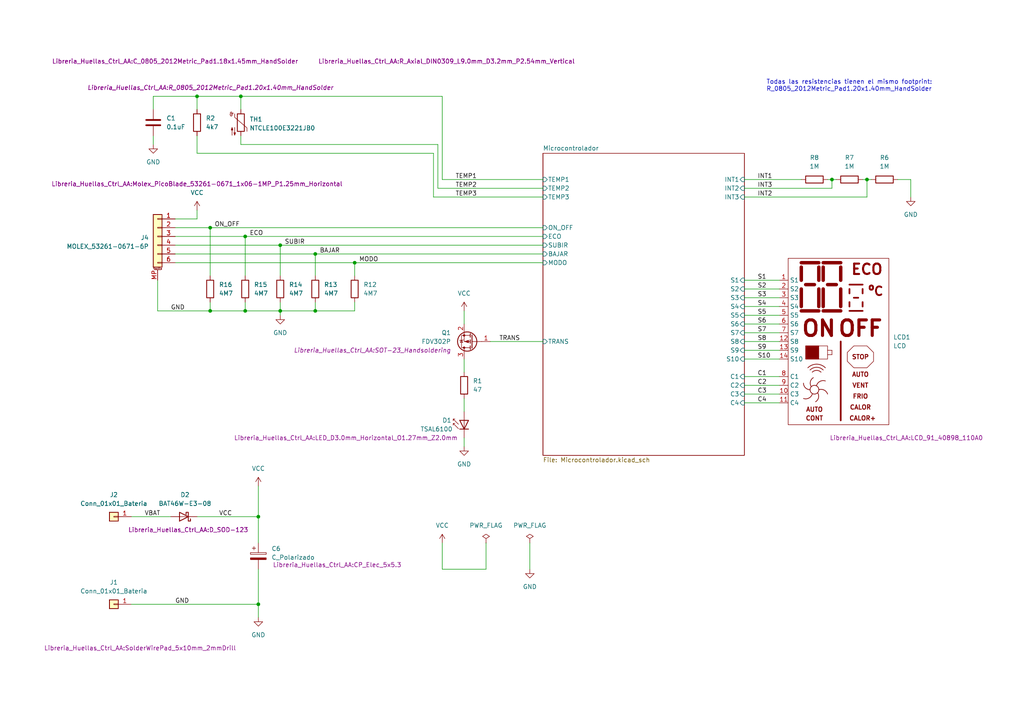
<source format=kicad_sch>
(kicad_sch (version 20211123) (generator eeschema)

  (uuid 9538e4ed-27e6-4c37-b989-9859dc0d49e8)

  (paper "A4")

  (title_block
    (title "Controlador de Aire Acondicionado (Ctrl A/A)")
    (date "2022-05-26")
    (rev "0.0")
    (company "Dpt. de Teconología Electrónica. Universidad de Málaga.")
    (comment 1 "Antonio López Jiménez")
    (comment 2 "Ingeniería de Productos Electrónicos")
  )

  (lib_symbols
    (symbol "Libreria_Simbolos_Ctrl_AA:BAT46W-E3-08" (pin_numbers hide) (pin_names (offset 1.016) hide) (in_bom yes) (on_board yes)
      (property "Reference" "D" (id 0) (at 0 2.54 0)
        (effects (font (size 1.27 1.27)))
      )
      (property "Value" "BAT46W-E3-08" (id 1) (at 0 -2.54 0)
        (effects (font (size 1.27 1.27)))
      )
      (property "Footprint" "" (id 2) (at 0 -4.445 0)
        (effects (font (size 1.27 1.27)) hide)
      )
      (property "Datasheet" "" (id 3) (at 0 0 0)
        (effects (font (size 1.27 1.27)) hide)
      )
      (property "ki_keywords" "diode Schottky" (id 4) (at 0 0 0)
        (effects (font (size 1.27 1.27)) hide)
      )
      (property "ki_fp_filters" "D*SOD?123" (id 5) (at 0 0 0)
        (effects (font (size 1.27 1.27)) hide)
      )
      (symbol "BAT46W-E3-08_0_1"
        (polyline
          (pts
            (xy 1.27 0)
            (xy -1.27 0)
          )
          (stroke (width 0) (type default) (color 0 0 0 0))
          (fill (type none))
        )
        (polyline
          (pts
            (xy 1.27 1.27)
            (xy 1.27 -1.27)
            (xy -1.27 0)
            (xy 1.27 1.27)
          )
          (stroke (width 0.254) (type default) (color 0 0 0 0))
          (fill (type none))
        )
        (polyline
          (pts
            (xy -1.905 0.635)
            (xy -1.905 1.27)
            (xy -1.27 1.27)
            (xy -1.27 -1.27)
            (xy -0.635 -1.27)
            (xy -0.635 -0.635)
          )
          (stroke (width 0.254) (type default) (color 0 0 0 0))
          (fill (type none))
        )
      )
      (symbol "BAT46W-E3-08_1_1"
        (pin passive line (at -3.81 0 0) (length 2.54)
          (name "K" (effects (font (size 1.27 1.27))))
          (number "1" (effects (font (size 1.27 1.27))))
        )
        (pin passive line (at 3.81 0 180) (length 2.54)
          (name "A" (effects (font (size 1.27 1.27))))
          (number "2" (effects (font (size 1.27 1.27))))
        )
      )
    )
    (symbol "Libreria_Simbolos_Ctrl_AA:C" (pin_numbers hide) (pin_names (offset 0.254)) (in_bom yes) (on_board yes)
      (property "Reference" "C" (id 0) (at 0.635 2.54 0)
        (effects (font (size 1.27 1.27)) (justify left))
      )
      (property "Value" "C" (id 1) (at 0.635 -2.54 0)
        (effects (font (size 1.27 1.27)) (justify left))
      )
      (property "Footprint" "" (id 2) (at 0.9652 -3.81 0)
        (effects (font (size 1.27 1.27)) hide)
      )
      (property "Datasheet" "~" (id 3) (at 0 0 0)
        (effects (font (size 1.27 1.27)) hide)
      )
      (property "ki_keywords" "cap capacitor" (id 4) (at 0 0 0)
        (effects (font (size 1.27 1.27)) hide)
      )
      (property "ki_description" "Unpolarized capacitor" (id 5) (at 0 0 0)
        (effects (font (size 1.27 1.27)) hide)
      )
      (property "ki_fp_filters" "C_*" (id 6) (at 0 0 0)
        (effects (font (size 1.27 1.27)) hide)
      )
      (symbol "C_0_1"
        (polyline
          (pts
            (xy -2.032 -0.762)
            (xy 2.032 -0.762)
          )
          (stroke (width 0.508) (type default) (color 0 0 0 0))
          (fill (type none))
        )
        (polyline
          (pts
            (xy -2.032 0.762)
            (xy 2.032 0.762)
          )
          (stroke (width 0.508) (type default) (color 0 0 0 0))
          (fill (type none))
        )
      )
      (symbol "C_1_1"
        (pin passive line (at 0 3.81 270) (length 2.794)
          (name "~" (effects (font (size 1.27 1.27))))
          (number "1" (effects (font (size 1.27 1.27))))
        )
        (pin passive line (at 0 -3.81 90) (length 2.794)
          (name "~" (effects (font (size 1.27 1.27))))
          (number "2" (effects (font (size 1.27 1.27))))
        )
      )
    )
    (symbol "Libreria_Simbolos_Ctrl_AA:C_Polarizado" (pin_numbers hide) (pin_names (offset 0.254)) (in_bom yes) (on_board yes)
      (property "Reference" "C" (id 0) (at 0.635 2.54 0)
        (effects (font (size 1.27 1.27)) (justify left))
      )
      (property "Value" "C_Polarizado" (id 1) (at 0.635 -2.54 0)
        (effects (font (size 1.27 1.27)) (justify left))
      )
      (property "Footprint" "" (id 2) (at 0.9652 -3.81 0)
        (effects (font (size 1.27 1.27)) hide)
      )
      (property "Datasheet" "~" (id 3) (at 0 0 0)
        (effects (font (size 1.27 1.27)) hide)
      )
      (property "ki_keywords" "cap capacitor" (id 4) (at 0 0 0)
        (effects (font (size 1.27 1.27)) hide)
      )
      (property "ki_description" "Polarized capacitor" (id 5) (at 0 0 0)
        (effects (font (size 1.27 1.27)) hide)
      )
      (property "ki_fp_filters" "CP_*" (id 6) (at 0 0 0)
        (effects (font (size 1.27 1.27)) hide)
      )
      (symbol "C_Polarizado_0_1"
        (rectangle (start -2.286 0.508) (end 2.286 1.016)
          (stroke (width 0) (type default) (color 0 0 0 0))
          (fill (type none))
        )
        (polyline
          (pts
            (xy -1.778 2.286)
            (xy -0.762 2.286)
          )
          (stroke (width 0) (type default) (color 0 0 0 0))
          (fill (type none))
        )
        (polyline
          (pts
            (xy -1.27 2.794)
            (xy -1.27 1.778)
          )
          (stroke (width 0) (type default) (color 0 0 0 0))
          (fill (type none))
        )
        (rectangle (start 2.286 -0.508) (end -2.286 -1.016)
          (stroke (width 0) (type default) (color 0 0 0 0))
          (fill (type outline))
        )
      )
      (symbol "C_Polarizado_1_1"
        (pin passive line (at 0 3.81 270) (length 2.794)
          (name "~" (effects (font (size 1.27 1.27))))
          (number "1" (effects (font (size 1.27 1.27))))
        )
        (pin passive line (at 0 -3.81 90) (length 2.794)
          (name "~" (effects (font (size 1.27 1.27))))
          (number "2" (effects (font (size 1.27 1.27))))
        )
      )
    )
    (symbol "Libreria_Simbolos_Ctrl_AA:Conn_01x01_Bateria" (pin_names (offset 1.016) hide) (in_bom yes) (on_board yes)
      (property "Reference" "J" (id 0) (at 0 2.54 0)
        (effects (font (size 1.27 1.27)))
      )
      (property "Value" "Conn_01x01_Bateria" (id 1) (at 0 -2.54 0)
        (effects (font (size 1.27 1.27)))
      )
      (property "Footprint" "" (id 2) (at 0 0 0)
        (effects (font (size 1.27 1.27)) hide)
      )
      (property "Datasheet" "~" (id 3) (at 0 0 0)
        (effects (font (size 1.27 1.27)) hide)
      )
      (property "ki_keywords" "connector" (id 4) (at 0 0 0)
        (effects (font (size 1.27 1.27)) hide)
      )
      (property "ki_description" "Generic connector, single row, 01x01, script generated (kicad-library-utils/schlib/autogen/connector/)" (id 5) (at 0 0 0)
        (effects (font (size 1.27 1.27)) hide)
      )
      (property "ki_fp_filters" "SolderWirePad*" (id 6) (at 0 0 0)
        (effects (font (size 1.27 1.27)) hide)
      )
      (symbol "Conn_01x01_Bateria_1_1"
        (rectangle (start -1.27 0.127) (end 0 -0.127)
          (stroke (width 0.1524) (type default) (color 0 0 0 0))
          (fill (type none))
        )
        (rectangle (start -1.27 1.27) (end 1.27 -1.27)
          (stroke (width 0.254) (type default) (color 0 0 0 0))
          (fill (type background))
        )
        (pin passive line (at -5.08 0 0) (length 3.81)
          (name "Pin_1" (effects (font (size 1.27 1.27))))
          (number "1" (effects (font (size 1.27 1.27))))
        )
      )
    )
    (symbol "Libreria_Simbolos_Ctrl_AA:FDV302P" (pin_names hide) (in_bom yes) (on_board yes)
      (property "Reference" "Q" (id 0) (at 5.08 1.905 0)
        (effects (font (size 1.27 1.27)) (justify left))
      )
      (property "Value" "FDV302P" (id 1) (at 5.08 0 0)
        (effects (font (size 1.27 1.27)) (justify left))
      )
      (property "Footprint" "" (id 2) (at 5.08 -1.905 0)
        (effects (font (size 1.27 1.27) italic) (justify left) hide)
      )
      (property "Datasheet" "" (id 3) (at 0 0 0)
        (effects (font (size 1.27 1.27)) (justify left) hide)
      )
      (property "ki_keywords" "P-Channel MOSFET" (id 4) (at 0 0 0)
        (effects (font (size 1.27 1.27)) hide)
      )
      (property "ki_description" "-0.18A Id, -60V Vds, P-Channel MOSFET, SOT-23" (id 5) (at 0 0 0)
        (effects (font (size 1.27 1.27)) hide)
      )
      (property "ki_fp_filters" "SOT?23*" (id 6) (at 0 0 0)
        (effects (font (size 1.27 1.27)) hide)
      )
      (symbol "FDV302P_0_1"
        (polyline
          (pts
            (xy 0.254 0)
            (xy -2.54 0)
          )
          (stroke (width 0) (type default) (color 0 0 0 0))
          (fill (type none))
        )
        (polyline
          (pts
            (xy 0.254 1.905)
            (xy 0.254 -1.905)
          )
          (stroke (width 0.254) (type default) (color 0 0 0 0))
          (fill (type none))
        )
        (polyline
          (pts
            (xy 0.762 -1.27)
            (xy 0.762 -2.286)
          )
          (stroke (width 0.254) (type default) (color 0 0 0 0))
          (fill (type none))
        )
        (polyline
          (pts
            (xy 0.762 0.508)
            (xy 0.762 -0.508)
          )
          (stroke (width 0.254) (type default) (color 0 0 0 0))
          (fill (type none))
        )
        (polyline
          (pts
            (xy 0.762 2.286)
            (xy 0.762 1.27)
          )
          (stroke (width 0.254) (type default) (color 0 0 0 0))
          (fill (type none))
        )
        (polyline
          (pts
            (xy 2.54 2.54)
            (xy 2.54 1.778)
          )
          (stroke (width 0) (type default) (color 0 0 0 0))
          (fill (type none))
        )
        (polyline
          (pts
            (xy 2.54 -2.54)
            (xy 2.54 0)
            (xy 0.762 0)
          )
          (stroke (width 0) (type default) (color 0 0 0 0))
          (fill (type none))
        )
        (polyline
          (pts
            (xy 0.762 1.778)
            (xy 3.302 1.778)
            (xy 3.302 -1.778)
            (xy 0.762 -1.778)
          )
          (stroke (width 0) (type default) (color 0 0 0 0))
          (fill (type none))
        )
        (polyline
          (pts
            (xy 2.286 0)
            (xy 1.27 0.381)
            (xy 1.27 -0.381)
            (xy 2.286 0)
          )
          (stroke (width 0) (type default) (color 0 0 0 0))
          (fill (type outline))
        )
        (polyline
          (pts
            (xy 2.794 -0.508)
            (xy 2.921 -0.381)
            (xy 3.683 -0.381)
            (xy 3.81 -0.254)
          )
          (stroke (width 0) (type default) (color 0 0 0 0))
          (fill (type none))
        )
        (polyline
          (pts
            (xy 3.302 -0.381)
            (xy 2.921 0.254)
            (xy 3.683 0.254)
            (xy 3.302 -0.381)
          )
          (stroke (width 0) (type default) (color 0 0 0 0))
          (fill (type none))
        )
        (circle (center 1.651 0) (radius 2.794)
          (stroke (width 0.254) (type default) (color 0 0 0 0))
          (fill (type none))
        )
        (circle (center 2.54 -1.778) (radius 0.254)
          (stroke (width 0) (type default) (color 0 0 0 0))
          (fill (type outline))
        )
        (circle (center 2.54 1.778) (radius 0.254)
          (stroke (width 0) (type default) (color 0 0 0 0))
          (fill (type outline))
        )
      )
      (symbol "FDV302P_1_1"
        (pin input line (at -5.08 0 0) (length 2.54)
          (name "G" (effects (font (size 1.27 1.27))))
          (number "1" (effects (font (size 1.27 1.27))))
        )
        (pin passive line (at 2.54 -5.08 90) (length 2.54)
          (name "S" (effects (font (size 1.27 1.27))))
          (number "2" (effects (font (size 1.27 1.27))))
        )
        (pin passive line (at 2.54 5.08 270) (length 2.54)
          (name "D" (effects (font (size 1.27 1.27))))
          (number "3" (effects (font (size 1.27 1.27))))
        )
      )
    )
    (symbol "Libreria_Simbolos_Ctrl_AA:LCD" (in_bom yes) (on_board yes)
      (property "Reference" "LCD" (id 0) (at 10.16 -1.27 0)
        (effects (font (size 1.27 1.27)))
      )
      (property "Value" "LCD" (id 1) (at 10.16 1.27 0)
        (effects (font (size 1.27 1.27)))
      )
      (property "Footprint" "Lib_H_Ctrl_AA:LCD_91_40898_110A0" (id 2) (at 0 5.08 0)
        (effects (font (size 1.27 1.27)) hide)
      )
      (property "Datasheet" "" (id 3) (at 0 5.08 0)
        (effects (font (size 1.27 1.27)) hide)
      )
      (property "ki_fp_filters" "LCD?" (id 4) (at 0 0 0)
        (effects (font (size 1.27 1.27)) hide)
      )
      (symbol "LCD_0_0"
        (arc (start -18.4177 -13.3369) (mid -17.8594 -14.6835) (end -16.5131 -15.2427)
          (stroke (width 0.2) (type default) (color 0 0 0 0))
          (fill (type none))
        )
        (arc (start -18.4097 -17.7905) (mid -16.8782 -17.6785) (end -15.8697 -16.5205)
          (stroke (width 0.2) (type default) (color 0 0 0 0))
          (fill (type none))
        )
        (rectangle (start -17.78 -2.54) (end -13.97 -6.35)
          (stroke (width 0) (type default) (color 0 0 0 0))
          (fill (type outline))
        )
        (arc (start -15.561 -11.7399) (mid -16.4064 -12.8729) (end -16.2109 -14.273)
          (stroke (width 0.2) (type default) (color 0 0 0 0))
          (fill (type none))
        )
        (circle (center -15.24 -15.24) (radius 1.27)
          (stroke (width 0.2) (type default) (color 0 0 0 0))
          (fill (type none))
        )
        (arc (start -14.9191 -18.7375) (mid -14.0738 -17.5983) (end -14.2792 -16.1947)
          (stroke (width 0.2) (type default) (color 0 0 0 0))
          (fill (type none))
        )
        (arc (start -13.335 -10.1599) (mid -14.605 -9.6339) (end -15.875 -10.1599)
          (stroke (width 0.2) (type default) (color 0 0 0 0))
          (fill (type none))
        )
        (arc (start -12.7 -9.525) (mid -14.605 -8.7359) (end -16.51 -9.525)
          (stroke (width 0.2) (type default) (color 0 0 0 0))
          (fill (type none))
        )
        (arc (start -12.065 -12.7001) (mid -13.598 -12.809) (end -14.605 -13.9701)
          (stroke (width 0.2) (type default) (color 0 0 0 0))
          (fill (type none))
        )
        (arc (start -12.065 -8.89) (mid -14.605 -7.8379) (end -17.145 -8.89)
          (stroke (width 0.2) (type default) (color 0 0 0 0))
          (fill (type none))
        )
        (rectangle (start -11.43 -3.81) (end -10.16 -3.81)
          (stroke (width 0) (type default) (color 0 0 0 0))
          (fill (type none))
        )
        (arc (start -11.4296 -16.5093) (mid -12.4367 -15.3484) (end -13.9696 -15.2392)
          (stroke (width 0.2) (type default) (color 0 0 0 0))
          (fill (type none))
        )
        (rectangle (start -10.16 -5.08) (end -11.43 -5.08)
          (stroke (width 0) (type default) (color 0 0 0 0))
          (fill (type none))
        )
        (polyline
          (pts
            (xy -10.16 -3.81)
            (xy -10.16 -5.08)
          )
          (stroke (width 0) (type default) (color 0 0 0 0))
          (fill (type none))
        )
        (polyline
          (pts
            (xy -17.78 -2.54)
            (xy -17.78 -6.35)
            (xy -11.43 -6.35)
            (xy -11.43 -2.54)
            (xy -17.78 -2.54)
          )
          (stroke (width 0) (type default) (color 0 0 0 0))
          (fill (type none))
        )
        (polyline
          (pts
            (xy -5.715 -4.445)
            (xy -5.715 -6.985)
            (xy -3.81 -8.89)
            (xy 0 -8.89)
            (xy 1.905 -6.985)
            (xy 1.905 -4.445)
            (xy 0 -2.54)
            (xy -3.81 -2.54)
            (xy -5.715 -4.445)
          )
          (stroke (width 0) (type default) (color 0 0 0 0))
          (fill (type none))
        )
        (text "AUTO" (at -15.24 -20.955 0)
          (effects (font (size 1.27 1.27) bold))
        )
        (text "AUTO" (at -1.905 -10.795 0)
          (effects (font (size 1.27 1.27) bold))
        )
        (text "CALOR" (at -1.905 -20.32 0)
          (effects (font (size 1.27 1.27) bold))
        )
        (text "CALOR+" (at -1.27 -23.495 0)
          (effects (font (size 1.27 1.27) bold))
        )
        (text "CONT" (at -15.24 -23.495 0)
          (effects (font (size 1.27 1.27) bold))
        )
        (text "ECO" (at 0 19.685 0)
          (effects (font (size 3 3) bold))
        )
        (text "FRIO" (at -1.905 -17.145 0)
          (effects (font (size 1.27 1.27) bold))
        )
        (text "OFF" (at -1.905 2.54 0)
          (effects (font (size 4.5 4.5) bold))
        )
        (text "ON" (at -13.97 2.54 0)
          (effects (font (size 4.5 4.5) bold))
        )
        (text "STOP" (at -1.905 -5.715 0)
          (effects (font (size 1.27 1.27) bold))
        )
        (text "VENT" (at -1.905 -13.97 0)
          (effects (font (size 1.27 1.27) bold))
        )
        (text "ºC" (at 2.54 13.335 0)
          (effects (font (size 2.54 2.54) bold))
        )
      )
      (symbol "LCD_0_1"
        (rectangle (start -22.86 22.86) (end 6.35 -25.4)
          (stroke (width 0) (type default) (color 0 0 0 0))
          (fill (type none))
        )
        (polyline
          (pts
            (xy -19.05 7.62)
            (xy -13.97 7.62)
          )
          (stroke (width 1) (type default) (color 0 0 0 0))
          (fill (type none))
        )
        (polyline
          (pts
            (xy -19.05 13.97)
            (xy -19.05 8.89)
          )
          (stroke (width 1) (type default) (color 0 0 0 0))
          (fill (type none))
        )
        (polyline
          (pts
            (xy -19.05 16.51)
            (xy -19.05 16.51)
          )
          (stroke (width 0) (type default) (color 0 0 0 0))
          (fill (type none))
        )
        (polyline
          (pts
            (xy -19.05 20.32)
            (xy -19.05 16.51)
          )
          (stroke (width 1) (type default) (color 0 0 0 0))
          (fill (type none))
        )
        (polyline
          (pts
            (xy -19.05 21.59)
            (xy -13.97 21.59)
          )
          (stroke (width 1) (type default) (color 0 0 0 0))
          (fill (type none))
        )
        (polyline
          (pts
            (xy -17.78 15.24)
            (xy -15.24 15.24)
          )
          (stroke (width 1) (type default) (color 0 0 0 0))
          (fill (type none))
        )
        (polyline
          (pts
            (xy -13.97 13.97)
            (xy -13.97 8.89)
          )
          (stroke (width 1) (type default) (color 0 0 0 0))
          (fill (type none))
        )
        (polyline
          (pts
            (xy -13.97 20.32)
            (xy -13.97 16.51)
          )
          (stroke (width 1) (type default) (color 0 0 0 0))
          (fill (type none))
        )
        (polyline
          (pts
            (xy -12.7 7.62)
            (xy -7.62 7.62)
          )
          (stroke (width 1) (type default) (color 0 0 0 0))
          (fill (type none))
        )
        (polyline
          (pts
            (xy -12.7 13.97)
            (xy -12.7 8.89)
          )
          (stroke (width 1) (type default) (color 0 0 0 0))
          (fill (type none))
        )
        (polyline
          (pts
            (xy -12.7 16.51)
            (xy -12.7 16.51)
          )
          (stroke (width 0) (type default) (color 0 0 0 0))
          (fill (type none))
        )
        (polyline
          (pts
            (xy -12.7 20.32)
            (xy -12.7 16.51)
          )
          (stroke (width 1) (type default) (color 0 0 0 0))
          (fill (type none))
        )
        (polyline
          (pts
            (xy -12.7 21.59)
            (xy -7.62 21.59)
          )
          (stroke (width 1) (type default) (color 0 0 0 0))
          (fill (type none))
        )
        (polyline
          (pts
            (xy -11.43 15.24)
            (xy -8.89 15.24)
          )
          (stroke (width 1) (type default) (color 0 0 0 0))
          (fill (type none))
        )
        (polyline
          (pts
            (xy -7.62 -1.27)
            (xy -7.62 -24.13)
          )
          (stroke (width 0.5) (type default) (color 0 0 0 0))
          (fill (type none))
        )
        (polyline
          (pts
            (xy -7.62 13.97)
            (xy -7.62 8.89)
          )
          (stroke (width 1) (type default) (color 0 0 0 0))
          (fill (type none))
        )
        (polyline
          (pts
            (xy -7.62 20.32)
            (xy -7.62 16.51)
          )
          (stroke (width 1) (type default) (color 0 0 0 0))
          (fill (type none))
        )
        (polyline
          (pts
            (xy -5.08 7.62)
            (xy -1.27 7.62)
          )
          (stroke (width 0.5) (type default) (color 0 0 0 0))
          (fill (type none))
        )
        (polyline
          (pts
            (xy -5.08 10.16)
            (xy -5.08 8.89)
          )
          (stroke (width 0.5) (type default) (color 0 0 0 0))
          (fill (type none))
        )
        (polyline
          (pts
            (xy -5.08 13.97)
            (xy -5.08 12.7)
          )
          (stroke (width 0.5) (type default) (color 0 0 0 0))
          (fill (type none))
        )
        (polyline
          (pts
            (xy -5.08 15.24)
            (xy -1.27 15.24)
          )
          (stroke (width 0.5) (type default) (color 0 0 0 0))
          (fill (type none))
        )
        (polyline
          (pts
            (xy -3.81 11.43)
            (xy -2.54 11.43)
          )
          (stroke (width 0.5) (type default) (color 0 0 0 0))
          (fill (type none))
        )
        (polyline
          (pts
            (xy -1.27 10.16)
            (xy -1.27 8.89)
          )
          (stroke (width 0.5) (type default) (color 0 0 0 0))
          (fill (type none))
        )
        (polyline
          (pts
            (xy -1.27 13.97)
            (xy -1.27 12.7)
          )
          (stroke (width 0.5) (type default) (color 0 0 0 0))
          (fill (type none))
        )
      )
      (symbol "LCD_1_1"
        (pin input line (at -25.4 16.51 0) (length 2.54)
          (name "S1" (effects (font (size 1.27 1.27))))
          (number "1" (effects (font (size 1.27 1.27))))
        )
        (pin input line (at -25.4 -16.51 0) (length 2.54)
          (name "C3" (effects (font (size 1.27 1.27))))
          (number "10" (effects (font (size 1.27 1.27))))
        )
        (pin input line (at -25.4 -19.05 0) (length 2.54)
          (name "C4" (effects (font (size 1.27 1.27))))
          (number "11" (effects (font (size 1.27 1.27))))
        )
        (pin input line (at -25.4 -1.27 0) (length 2.54)
          (name "S8" (effects (font (size 1.27 1.27))))
          (number "12" (effects (font (size 1.27 1.27))))
        )
        (pin input line (at -25.4 -3.81 0) (length 2.54)
          (name "S9" (effects (font (size 1.27 1.27))))
          (number "13" (effects (font (size 1.27 1.27))))
        )
        (pin input line (at -25.4 -6.35 0) (length 2.54)
          (name "S10" (effects (font (size 1.27 1.27))))
          (number "14" (effects (font (size 1.27 1.27))))
        )
        (pin input line (at -25.4 13.97 0) (length 2.54)
          (name "S2" (effects (font (size 1.27 1.27))))
          (number "2" (effects (font (size 1.27 1.27))))
        )
        (pin input line (at -25.4 11.43 0) (length 2.54)
          (name "S3" (effects (font (size 1.27 1.27))))
          (number "3" (effects (font (size 1.27 1.27))))
        )
        (pin input line (at -25.4 8.89 0) (length 2.54)
          (name "S4" (effects (font (size 1.27 1.27))))
          (number "4" (effects (font (size 1.27 1.27))))
        )
        (pin input line (at -25.4 6.35 0) (length 2.54)
          (name "S5" (effects (font (size 1.27 1.27))))
          (number "5" (effects (font (size 1.27 1.27))))
        )
        (pin input line (at -25.4 3.81 0) (length 2.54)
          (name "S6" (effects (font (size 1.27 1.27))))
          (number "6" (effects (font (size 1.27 1.27))))
        )
        (pin input line (at -25.4 1.27 0) (length 2.54)
          (name "S7" (effects (font (size 1.27 1.27))))
          (number "7" (effects (font (size 1.27 1.27))))
        )
        (pin input line (at -25.4 -11.43 0) (length 2.54)
          (name "C1" (effects (font (size 1.27 1.27))))
          (number "8" (effects (font (size 1.27 1.27))))
        )
        (pin input line (at -25.4 -13.97 0) (length 2.54)
          (name "C2" (effects (font (size 1.27 1.27))))
          (number "9" (effects (font (size 1.27 1.27))))
        )
      )
    )
    (symbol "Libreria_Simbolos_Ctrl_AA:MOLEX_53261-0671-6P" (pin_names (offset 1.016) hide) (in_bom yes) (on_board yes)
      (property "Reference" "J" (id 0) (at 0 7.62 0)
        (effects (font (size 1.27 1.27)))
      )
      (property "Value" "MOLEX_53261-0671-6P" (id 1) (at 1.27 -10.16 0)
        (effects (font (size 1.27 1.27)) (justify left))
      )
      (property "Footprint" "" (id 2) (at 0 0 0)
        (effects (font (size 1.27 1.27)) hide)
      )
      (property "Datasheet" "~" (id 3) (at 0 0 0)
        (effects (font (size 1.27 1.27)) hide)
      )
      (property "ki_keywords" "connector" (id 4) (at 0 0 0)
        (effects (font (size 1.27 1.27)) hide)
      )
      (property "ki_description" "Generic connectable mounting pin connector, single row, 01x06, script generated (kicad-library-utils/schlib/autogen/connector/)" (id 5) (at 0 0 0)
        (effects (font (size 1.27 1.27)) hide)
      )
      (property "ki_fp_filters" "Molex?PicoBlade?*" (id 6) (at 0 0 0)
        (effects (font (size 1.27 1.27)) hide)
      )
      (symbol "MOLEX_53261-0671-6P_1_1"
        (rectangle (start -1.27 -7.493) (end 0 -7.747)
          (stroke (width 0.1524) (type default) (color 0 0 0 0))
          (fill (type none))
        )
        (rectangle (start -1.27 -4.953) (end 0 -5.207)
          (stroke (width 0.1524) (type default) (color 0 0 0 0))
          (fill (type none))
        )
        (rectangle (start -1.27 -2.413) (end 0 -2.667)
          (stroke (width 0.1524) (type default) (color 0 0 0 0))
          (fill (type none))
        )
        (rectangle (start -1.27 0.127) (end 0 -0.127)
          (stroke (width 0.1524) (type default) (color 0 0 0 0))
          (fill (type none))
        )
        (rectangle (start -1.27 2.667) (end 0 2.413)
          (stroke (width 0.1524) (type default) (color 0 0 0 0))
          (fill (type none))
        )
        (rectangle (start -1.27 5.207) (end 0 4.953)
          (stroke (width 0.1524) (type default) (color 0 0 0 0))
          (fill (type none))
        )
        (rectangle (start -1.27 6.35) (end 1.27 -8.89)
          (stroke (width 0.254) (type default) (color 0 0 0 0))
          (fill (type background))
        )
        (polyline
          (pts
            (xy -1.016 -9.652)
            (xy 1.016 -9.652)
          )
          (stroke (width 0.1524) (type default) (color 0 0 0 0))
          (fill (type none))
        )
        (text "Mounting" (at 0 -9.271 0)
          (effects (font (size 0.381 0.381)))
        )
        (pin passive line (at -5.08 5.08 0) (length 3.81)
          (name "Pin_1" (effects (font (size 1.27 1.27))))
          (number "1" (effects (font (size 1.27 1.27))))
        )
        (pin passive line (at -5.08 2.54 0) (length 3.81)
          (name "Pin_2" (effects (font (size 1.27 1.27))))
          (number "2" (effects (font (size 1.27 1.27))))
        )
        (pin passive line (at -5.08 0 0) (length 3.81)
          (name "Pin_3" (effects (font (size 1.27 1.27))))
          (number "3" (effects (font (size 1.27 1.27))))
        )
        (pin passive line (at -5.08 -2.54 0) (length 3.81)
          (name "Pin_4" (effects (font (size 1.27 1.27))))
          (number "4" (effects (font (size 1.27 1.27))))
        )
        (pin passive line (at -5.08 -5.08 0) (length 3.81)
          (name "Pin_5" (effects (font (size 1.27 1.27))))
          (number "5" (effects (font (size 1.27 1.27))))
        )
        (pin passive line (at -5.08 -7.62 0) (length 3.81)
          (name "Pin_6" (effects (font (size 1.27 1.27))))
          (number "6" (effects (font (size 1.27 1.27))))
        )
        (pin passive line (at 0 -12.7 90) (length 3.048)
          (name "MountPin" (effects (font (size 1.27 1.27))))
          (number "MP" (effects (font (size 1.27 1.27))))
        )
      )
    )
    (symbol "Libreria_Simbolos_Ctrl_AA:NTCLE100E3221JB0" (pin_numbers hide) (pin_names (offset 0)) (in_bom yes) (on_board yes)
      (property "Reference" "TH" (id 0) (at -4.445 0 90)
        (effects (font (size 1.27 1.27)))
      )
      (property "Value" "NTCLE100E3221JB0" (id 1) (at 3.175 0 90)
        (effects (font (size 1.27 1.27)))
      )
      (property "Footprint" "" (id 2) (at 0 1.27 0)
        (effects (font (size 1.27 1.27)) hide)
      )
      (property "Datasheet" "~" (id 3) (at 0 1.27 0)
        (effects (font (size 1.27 1.27)) hide)
      )
      (property "ki_keywords" "thermistor NTC resistor sensor RTD" (id 4) (at 0 0 0)
        (effects (font (size 1.27 1.27)) hide)
      )
      (property "ki_description" "Temperature dependent resistor, negative temperature coefficient" (id 5) (at 0 0 0)
        (effects (font (size 1.27 1.27)) hide)
      )
      (property "ki_fp_filters" "*NTC* *Thermistor* PIN?ARRAY* bornier* *Terminal?Block* R_*" (id 6) (at 0 0 0)
        (effects (font (size 1.27 1.27)) hide)
      )
      (symbol "NTCLE100E3221JB0_0_1"
        (arc (start -3.048 2.159) (mid -3.0505 2.3165) (end -3.175 2.413)
          (stroke (width 0) (type default) (color 0 0 0 0))
          (fill (type none))
        )
        (arc (start -3.048 2.159) (mid -2.9736 1.9794) (end -2.794 1.905)
          (stroke (width 0) (type default) (color 0 0 0 0))
          (fill (type none))
        )
        (arc (start -3.048 2.794) (mid -2.9736 2.6144) (end -2.794 2.54)
          (stroke (width 0) (type default) (color 0 0 0 0))
          (fill (type none))
        )
        (arc (start -2.794 1.905) (mid -2.6144 1.9794) (end -2.54 2.159)
          (stroke (width 0) (type default) (color 0 0 0 0))
          (fill (type none))
        )
        (arc (start -2.794 2.54) (mid -2.434 2.5608) (end -2.159 2.794)
          (stroke (width 0) (type default) (color 0 0 0 0))
          (fill (type none))
        )
        (arc (start -2.794 3.048) (mid -2.9736 2.9736) (end -3.048 2.794)
          (stroke (width 0) (type default) (color 0 0 0 0))
          (fill (type none))
        )
        (arc (start -2.54 2.794) (mid -2.6144 2.9736) (end -2.794 3.048)
          (stroke (width 0) (type default) (color 0 0 0 0))
          (fill (type none))
        )
        (rectangle (start -1.016 2.54) (end 1.016 -2.54)
          (stroke (width 0.254) (type default) (color 0 0 0 0))
          (fill (type none))
        )
        (polyline
          (pts
            (xy -2.54 2.159)
            (xy -2.54 2.794)
          )
          (stroke (width 0) (type default) (color 0 0 0 0))
          (fill (type none))
        )
        (polyline
          (pts
            (xy -1.778 2.54)
            (xy -1.778 1.524)
            (xy 1.778 -1.524)
            (xy 1.778 -2.54)
          )
          (stroke (width 0) (type default) (color 0 0 0 0))
          (fill (type none))
        )
        (polyline
          (pts
            (xy -2.54 -3.683)
            (xy -2.54 -1.397)
            (xy -2.794 -2.159)
            (xy -2.286 -2.159)
            (xy -2.54 -1.397)
            (xy -2.54 -1.651)
          )
          (stroke (width 0) (type default) (color 0 0 0 0))
          (fill (type outline))
        )
        (polyline
          (pts
            (xy -1.778 -1.397)
            (xy -1.778 -3.683)
            (xy -2.032 -2.921)
            (xy -1.524 -2.921)
            (xy -1.778 -3.683)
            (xy -1.778 -3.429)
          )
          (stroke (width 0) (type default) (color 0 0 0 0))
          (fill (type outline))
        )
      )
      (symbol "NTCLE100E3221JB0_1_1"
        (pin passive line (at 0 3.81 270) (length 1.27)
          (name "~" (effects (font (size 1.27 1.27))))
          (number "1" (effects (font (size 1.27 1.27))))
        )
        (pin passive line (at 0 -3.81 90) (length 1.27)
          (name "~" (effects (font (size 1.27 1.27))))
          (number "2" (effects (font (size 1.27 1.27))))
        )
      )
    )
    (symbol "Libreria_Simbolos_Ctrl_AA:R" (pin_numbers hide) (pin_names (offset 0)) (in_bom yes) (on_board yes)
      (property "Reference" "R" (id 0) (at 2.032 0 90)
        (effects (font (size 1.27 1.27)))
      )
      (property "Value" "R" (id 1) (at 0 0 90)
        (effects (font (size 1.27 1.27)))
      )
      (property "Footprint" "" (id 2) (at -1.778 0 90)
        (effects (font (size 1.27 1.27)) hide)
      )
      (property "Datasheet" "~" (id 3) (at 0 0 0)
        (effects (font (size 1.27 1.27)) hide)
      )
      (property "ki_keywords" "R res resistor" (id 4) (at 0 0 0)
        (effects (font (size 1.27 1.27)) hide)
      )
      (property "ki_description" "Resistor" (id 5) (at 0 0 0)
        (effects (font (size 1.27 1.27)) hide)
      )
      (property "ki_fp_filters" "R_*" (id 6) (at 0 0 0)
        (effects (font (size 1.27 1.27)) hide)
      )
      (symbol "R_0_1"
        (rectangle (start -1.016 -2.54) (end 1.016 2.54)
          (stroke (width 0.254) (type default) (color 0 0 0 0))
          (fill (type none))
        )
      )
      (symbol "R_1_1"
        (pin passive line (at 0 3.81 270) (length 1.27)
          (name "~" (effects (font (size 1.27 1.27))))
          (number "1" (effects (font (size 1.27 1.27))))
        )
        (pin passive line (at 0 -3.81 90) (length 1.27)
          (name "~" (effects (font (size 1.27 1.27))))
          (number "2" (effects (font (size 1.27 1.27))))
        )
      )
    )
    (symbol "Libreria_Simbolos_Ctrl_AA:TSAL6100" (pin_numbers hide) (pin_names (offset 1.016) hide) (in_bom yes) (on_board yes)
      (property "Reference" "D" (id 0) (at 0.508 1.778 0)
        (effects (font (size 1.27 1.27)) (justify left))
      )
      (property "Value" "TSAL6100" (id 1) (at -1.016 -2.794 0)
        (effects (font (size 1.27 1.27)))
      )
      (property "Footprint" "" (id 2) (at 0 4.445 0)
        (effects (font (size 1.27 1.27)) hide)
      )
      (property "Datasheet" "" (id 3) (at -1.27 0 0)
        (effects (font (size 1.27 1.27)) hide)
      )
      (property "ki_keywords" "opto IR LED" (id 4) (at 0 0 0)
        (effects (font (size 1.27 1.27)) hide)
      )
      (property "ki_description" "Infrared LED , 3mm LED package" (id 5) (at 0 0 0)
        (effects (font (size 1.27 1.27)) hide)
      )
      (property "ki_fp_filters" "LED*3.0mm*" (id 6) (at 0 0 0)
        (effects (font (size 1.27 1.27)) hide)
      )
      (symbol "TSAL6100_0_1"
        (polyline
          (pts
            (xy -2.54 1.27)
            (xy -2.54 -1.27)
          )
          (stroke (width 0.254) (type default) (color 0 0 0 0))
          (fill (type none))
        )
        (polyline
          (pts
            (xy 0 0)
            (xy -2.54 0)
          )
          (stroke (width 0) (type default) (color 0 0 0 0))
          (fill (type none))
        )
        (polyline
          (pts
            (xy 0.381 3.175)
            (xy -0.127 3.175)
          )
          (stroke (width 0) (type default) (color 0 0 0 0))
          (fill (type none))
        )
        (polyline
          (pts
            (xy -1.143 1.651)
            (xy 0.381 3.175)
            (xy 0.381 2.667)
          )
          (stroke (width 0) (type default) (color 0 0 0 0))
          (fill (type none))
        )
        (polyline
          (pts
            (xy 0 1.27)
            (xy -2.54 0)
            (xy 0 -1.27)
            (xy 0 1.27)
          )
          (stroke (width 0.254) (type default) (color 0 0 0 0))
          (fill (type none))
        )
        (polyline
          (pts
            (xy -2.413 1.651)
            (xy -0.889 3.175)
            (xy -0.889 2.667)
            (xy -0.889 3.175)
            (xy -1.397 3.175)
          )
          (stroke (width 0) (type default) (color 0 0 0 0))
          (fill (type none))
        )
      )
      (symbol "TSAL6100_1_1"
        (pin passive line (at -5.08 0 0) (length 2.54)
          (name "K" (effects (font (size 1.27 1.27))))
          (number "1" (effects (font (size 1.27 1.27))))
        )
        (pin passive line (at 2.54 0 180) (length 2.54)
          (name "A" (effects (font (size 1.27 1.27))))
          (number "2" (effects (font (size 1.27 1.27))))
        )
      )
    )
    (symbol "power:GND" (power) (pin_names (offset 0)) (in_bom yes) (on_board yes)
      (property "Reference" "#PWR" (id 0) (at 0 -6.35 0)
        (effects (font (size 1.27 1.27)) hide)
      )
      (property "Value" "GND" (id 1) (at 0 -3.81 0)
        (effects (font (size 1.27 1.27)))
      )
      (property "Footprint" "" (id 2) (at 0 0 0)
        (effects (font (size 1.27 1.27)) hide)
      )
      (property "Datasheet" "" (id 3) (at 0 0 0)
        (effects (font (size 1.27 1.27)) hide)
      )
      (property "ki_keywords" "power-flag" (id 4) (at 0 0 0)
        (effects (font (size 1.27 1.27)) hide)
      )
      (property "ki_description" "Power symbol creates a global label with name \"GND\" , ground" (id 5) (at 0 0 0)
        (effects (font (size 1.27 1.27)) hide)
      )
      (symbol "GND_0_1"
        (polyline
          (pts
            (xy 0 0)
            (xy 0 -1.27)
            (xy 1.27 -1.27)
            (xy 0 -2.54)
            (xy -1.27 -1.27)
            (xy 0 -1.27)
          )
          (stroke (width 0) (type default) (color 0 0 0 0))
          (fill (type none))
        )
      )
      (symbol "GND_1_1"
        (pin power_in line (at 0 0 270) (length 0) hide
          (name "GND" (effects (font (size 1.27 1.27))))
          (number "1" (effects (font (size 1.27 1.27))))
        )
      )
    )
    (symbol "power:PWR_FLAG" (power) (pin_numbers hide) (pin_names (offset 0) hide) (in_bom yes) (on_board yes)
      (property "Reference" "#FLG" (id 0) (at 0 1.905 0)
        (effects (font (size 1.27 1.27)) hide)
      )
      (property "Value" "PWR_FLAG" (id 1) (at 0 3.81 0)
        (effects (font (size 1.27 1.27)))
      )
      (property "Footprint" "" (id 2) (at 0 0 0)
        (effects (font (size 1.27 1.27)) hide)
      )
      (property "Datasheet" "~" (id 3) (at 0 0 0)
        (effects (font (size 1.27 1.27)) hide)
      )
      (property "ki_keywords" "power-flag" (id 4) (at 0 0 0)
        (effects (font (size 1.27 1.27)) hide)
      )
      (property "ki_description" "Special symbol for telling ERC where power comes from" (id 5) (at 0 0 0)
        (effects (font (size 1.27 1.27)) hide)
      )
      (symbol "PWR_FLAG_0_0"
        (pin power_out line (at 0 0 90) (length 0)
          (name "pwr" (effects (font (size 1.27 1.27))))
          (number "1" (effects (font (size 1.27 1.27))))
        )
      )
      (symbol "PWR_FLAG_0_1"
        (polyline
          (pts
            (xy 0 0)
            (xy 0 1.27)
            (xy -1.016 1.905)
            (xy 0 2.54)
            (xy 1.016 1.905)
            (xy 0 1.27)
          )
          (stroke (width 0) (type default) (color 0 0 0 0))
          (fill (type none))
        )
      )
    )
    (symbol "power:VCC" (power) (pin_names (offset 0)) (in_bom yes) (on_board yes)
      (property "Reference" "#PWR" (id 0) (at 0 -3.81 0)
        (effects (font (size 1.27 1.27)) hide)
      )
      (property "Value" "VCC" (id 1) (at 0 3.81 0)
        (effects (font (size 1.27 1.27)))
      )
      (property "Footprint" "" (id 2) (at 0 0 0)
        (effects (font (size 1.27 1.27)) hide)
      )
      (property "Datasheet" "" (id 3) (at 0 0 0)
        (effects (font (size 1.27 1.27)) hide)
      )
      (property "ki_keywords" "power-flag" (id 4) (at 0 0 0)
        (effects (font (size 1.27 1.27)) hide)
      )
      (property "ki_description" "Power symbol creates a global label with name \"VCC\"" (id 5) (at 0 0 0)
        (effects (font (size 1.27 1.27)) hide)
      )
      (symbol "VCC_0_1"
        (polyline
          (pts
            (xy -0.762 1.27)
            (xy 0 2.54)
          )
          (stroke (width 0) (type default) (color 0 0 0 0))
          (fill (type none))
        )
        (polyline
          (pts
            (xy 0 0)
            (xy 0 2.54)
          )
          (stroke (width 0) (type default) (color 0 0 0 0))
          (fill (type none))
        )
        (polyline
          (pts
            (xy 0 2.54)
            (xy 0.762 1.27)
          )
          (stroke (width 0) (type default) (color 0 0 0 0))
          (fill (type none))
        )
      )
      (symbol "VCC_1_1"
        (pin power_in line (at 0 0 90) (length 0) hide
          (name "VCC" (effects (font (size 1.27 1.27))))
          (number "1" (effects (font (size 1.27 1.27))))
        )
      )
    )
  )

  (junction (at 91.44 90.17) (diameter 0) (color 0 0 0 0)
    (uuid 00b04956-db33-4546-be7d-e5edcc8fdaf8)
  )
  (junction (at 69.85 27.94) (diameter 0) (color 0 0 0 0)
    (uuid 1cce1251-df59-4578-a37d-96a1b5760f80)
  )
  (junction (at 71.12 68.58) (diameter 0) (color 0 0 0 0)
    (uuid 4a9b45ce-f123-43bc-9498-1246dfa04048)
  )
  (junction (at 71.12 90.17) (diameter 0) (color 0 0 0 0)
    (uuid 603375a7-e061-42c4-b530-1e620f450f4c)
  )
  (junction (at 60.96 90.17) (diameter 0) (color 0 0 0 0)
    (uuid 72217654-4d6e-43ee-b7fc-9f2ea3e17971)
  )
  (junction (at 81.28 90.17) (diameter 0) (color 0 0 0 0)
    (uuid 75fd905c-acfb-4423-b802-1cb2d70fdfe0)
  )
  (junction (at 102.87 76.2) (diameter 0) (color 0 0 0 0)
    (uuid 7d4472d1-b3eb-4d9b-8989-a47068bcb440)
  )
  (junction (at 91.44 73.66) (diameter 0) (color 0 0 0 0)
    (uuid 873dc726-31a5-4c6e-bf6e-d6c4f069b87e)
  )
  (junction (at 241.3 52.07) (diameter 0) (color 0 0 0 0)
    (uuid 8d58d92e-0afd-4940-a04e-a52e9d96f47b)
  )
  (junction (at 74.93 149.86) (diameter 0) (color 0 0 0 0)
    (uuid a81b8360-ad52-41a2-acbf-8e9ea8279ecc)
  )
  (junction (at 60.96 66.04) (diameter 0) (color 0 0 0 0)
    (uuid af9bf920-66a7-4ba7-b20b-7975f4338b9f)
  )
  (junction (at 251.46 52.07) (diameter 0) (color 0 0 0 0)
    (uuid b8127fe2-4123-4763-b586-15877508e6ac)
  )
  (junction (at 81.28 71.12) (diameter 0) (color 0 0 0 0)
    (uuid c072a305-8209-4115-b0d9-fad33a468396)
  )
  (junction (at 57.15 27.94) (diameter 0) (color 0 0 0 0)
    (uuid e089cd9e-b6d2-4441-9033-1db1ffc22636)
  )
  (junction (at 74.93 175.26) (diameter 0) (color 0 0 0 0)
    (uuid f16933bb-e343-475d-aaf5-2c6b0ad1eb45)
  )

  (wire (pts (xy 153.67 157.48) (xy 153.67 165.1))
    (stroke (width 0) (type default) (color 0 0 0 0))
    (uuid 0703b3da-9b74-4a83-93e0-16bbe62cd554)
  )
  (wire (pts (xy 157.48 52.07) (xy 128.27 52.07))
    (stroke (width 0) (type default) (color 0 0 0 0))
    (uuid 074cd86b-54a7-4d85-92ab-6eb4b3a718ce)
  )
  (wire (pts (xy 91.44 73.66) (xy 157.48 73.66))
    (stroke (width 0) (type default) (color 0 0 0 0))
    (uuid 0d692030-66d8-4ae6-9bda-f748ba251dd0)
  )
  (wire (pts (xy 264.16 52.07) (xy 264.16 57.15))
    (stroke (width 0) (type default) (color 0 0 0 0))
    (uuid 1783081f-fe3a-47c8-9d9d-0a2e2a0e0f18)
  )
  (wire (pts (xy 215.9 111.76) (xy 226.06 111.76))
    (stroke (width 0) (type default) (color 0 0 0 0))
    (uuid 1ee6e221-ec6c-4159-9a3d-d08b4ee95a29)
  )
  (wire (pts (xy 250.19 52.07) (xy 251.46 52.07))
    (stroke (width 0) (type default) (color 0 0 0 0))
    (uuid 1f6cafcc-9d65-42f4-8ea2-a38e835c2c2f)
  )
  (wire (pts (xy 241.3 52.07) (xy 242.57 52.07))
    (stroke (width 0) (type default) (color 0 0 0 0))
    (uuid 225463cd-e41f-4c1d-a9f6-518789a2c745)
  )
  (wire (pts (xy 215.9 114.3) (xy 226.06 114.3))
    (stroke (width 0) (type default) (color 0 0 0 0))
    (uuid 247722d2-0582-476b-83fc-6057a00b3ea1)
  )
  (wire (pts (xy 215.9 52.07) (xy 232.41 52.07))
    (stroke (width 0) (type default) (color 0 0 0 0))
    (uuid 2da6ddd4-82a9-4e29-b03a-260e9b61ffb4)
  )
  (wire (pts (xy 45.72 81.28) (xy 45.72 90.17))
    (stroke (width 0) (type default) (color 0 0 0 0))
    (uuid 2dfe0ed7-b01f-42ce-9308-e6b68b3e8d1d)
  )
  (wire (pts (xy 127 54.61) (xy 127 41.91))
    (stroke (width 0) (type default) (color 0 0 0 0))
    (uuid 2e8d1720-9458-48cc-aebd-36afc97fd5af)
  )
  (wire (pts (xy 91.44 90.17) (xy 102.87 90.17))
    (stroke (width 0) (type default) (color 0 0 0 0))
    (uuid 33f5b719-b611-4940-872b-5c80d3f3e76f)
  )
  (wire (pts (xy 215.9 91.44) (xy 226.06 91.44))
    (stroke (width 0) (type default) (color 0 0 0 0))
    (uuid 352e772c-26a6-429f-8c63-d1dafdb24df9)
  )
  (wire (pts (xy 74.93 140.97) (xy 74.93 149.86))
    (stroke (width 0) (type default) (color 0 0 0 0))
    (uuid 37ec90ee-5292-441c-b8dc-d98f25eab7b1)
  )
  (wire (pts (xy 57.15 44.45) (xy 125.73 44.45))
    (stroke (width 0) (type default) (color 0 0 0 0))
    (uuid 38bd4cc6-b48c-4f40-a498-d4dbc47a0ff9)
  )
  (wire (pts (xy 128.27 27.94) (xy 69.85 27.94))
    (stroke (width 0) (type default) (color 0 0 0 0))
    (uuid 38cbf4f1-faaa-41ec-a3f7-5bc97e643d8e)
  )
  (wire (pts (xy 102.87 87.63) (xy 102.87 90.17))
    (stroke (width 0) (type default) (color 0 0 0 0))
    (uuid 3a5457df-a68c-4bfa-980d-9f380fc95be0)
  )
  (wire (pts (xy 71.12 80.01) (xy 71.12 68.58))
    (stroke (width 0) (type default) (color 0 0 0 0))
    (uuid 3b117e7e-a7fa-42bb-a39a-d55e8a117d51)
  )
  (wire (pts (xy 91.44 73.66) (xy 91.44 80.01))
    (stroke (width 0) (type default) (color 0 0 0 0))
    (uuid 422e8830-f7cc-4480-82be-f4a01fbd0705)
  )
  (wire (pts (xy 128.27 165.1) (xy 140.97 165.1))
    (stroke (width 0) (type default) (color 0 0 0 0))
    (uuid 441c7f9d-0651-4ecf-b787-44027fcd346c)
  )
  (wire (pts (xy 74.93 165.1) (xy 74.93 175.26))
    (stroke (width 0) (type default) (color 0 0 0 0))
    (uuid 4b1ba44f-4821-416a-b743-96bdaa89d728)
  )
  (wire (pts (xy 102.87 76.2) (xy 102.87 80.01))
    (stroke (width 0) (type default) (color 0 0 0 0))
    (uuid 4e4f57a4-13b1-4777-a576-2a2eb6c555bb)
  )
  (wire (pts (xy 81.28 90.17) (xy 81.28 91.44))
    (stroke (width 0) (type default) (color 0 0 0 0))
    (uuid 4ff1e32f-d953-4e05-9103-5a6c261d477a)
  )
  (wire (pts (xy 240.03 52.07) (xy 241.3 52.07))
    (stroke (width 0) (type default) (color 0 0 0 0))
    (uuid 572a9989-b2c7-43ce-99f3-4b8a1d8c5a97)
  )
  (wire (pts (xy 128.27 157.48) (xy 128.27 165.1))
    (stroke (width 0) (type default) (color 0 0 0 0))
    (uuid 58043762-c97f-4bb7-b71e-f356f0bd821a)
  )
  (wire (pts (xy 241.3 54.61) (xy 241.3 52.07))
    (stroke (width 0) (type default) (color 0 0 0 0))
    (uuid 587d18e9-99ee-4043-a143-7ad99ca309c2)
  )
  (wire (pts (xy 215.9 54.61) (xy 241.3 54.61))
    (stroke (width 0) (type default) (color 0 0 0 0))
    (uuid 5b3af579-c430-4053-af0c-f167e88eea5b)
  )
  (wire (pts (xy 50.8 66.04) (xy 60.96 66.04))
    (stroke (width 0) (type default) (color 0 0 0 0))
    (uuid 5c6c09ea-9a62-4313-ac9b-d9099332988c)
  )
  (wire (pts (xy 134.62 127) (xy 134.62 129.54))
    (stroke (width 0) (type default) (color 0 0 0 0))
    (uuid 5d799037-7575-44f7-88d7-46e70fd67f67)
  )
  (wire (pts (xy 50.8 68.58) (xy 71.12 68.58))
    (stroke (width 0) (type default) (color 0 0 0 0))
    (uuid 5f2c657d-c093-4ada-9d97-957bae80f7e8)
  )
  (wire (pts (xy 38.1 149.86) (xy 49.53 149.86))
    (stroke (width 0) (type default) (color 0 0 0 0))
    (uuid 62823a8c-8bd0-4ee6-9c18-bb3de690da59)
  )
  (wire (pts (xy 50.8 63.5) (xy 57.15 63.5))
    (stroke (width 0) (type default) (color 0 0 0 0))
    (uuid 62a486c0-0460-4c25-887e-5df64481e2e2)
  )
  (wire (pts (xy 251.46 52.07) (xy 251.46 57.15))
    (stroke (width 0) (type default) (color 0 0 0 0))
    (uuid 65459d47-fa17-4398-bd84-ecbeb56e9ee1)
  )
  (wire (pts (xy 60.96 87.63) (xy 60.96 90.17))
    (stroke (width 0) (type default) (color 0 0 0 0))
    (uuid 66844beb-ef70-4cba-b9af-de7e354d4849)
  )
  (wire (pts (xy 125.73 57.15) (xy 157.48 57.15))
    (stroke (width 0) (type default) (color 0 0 0 0))
    (uuid 68040436-ad63-4cd1-981c-5d0db8101672)
  )
  (wire (pts (xy 215.9 101.6) (xy 226.06 101.6))
    (stroke (width 0) (type default) (color 0 0 0 0))
    (uuid 6f8761a2-ef80-4516-8b3d-150ce2a499a4)
  )
  (wire (pts (xy 60.96 90.17) (xy 71.12 90.17))
    (stroke (width 0) (type default) (color 0 0 0 0))
    (uuid 6ff1289b-cf23-46b9-8583-ea94e06bbb2b)
  )
  (wire (pts (xy 215.9 93.98) (xy 226.06 93.98))
    (stroke (width 0) (type default) (color 0 0 0 0))
    (uuid 77b3f33b-0388-4e90-873b-4105e04fb7e5)
  )
  (wire (pts (xy 57.15 39.37) (xy 57.15 44.45))
    (stroke (width 0) (type default) (color 0 0 0 0))
    (uuid 82579225-ec7b-435c-acc1-9330f5a30a32)
  )
  (wire (pts (xy 74.93 149.86) (xy 74.93 157.48))
    (stroke (width 0) (type default) (color 0 0 0 0))
    (uuid 836a4b9c-be64-407e-aa6d-f4960548885d)
  )
  (wire (pts (xy 127 41.91) (xy 69.85 41.91))
    (stroke (width 0) (type default) (color 0 0 0 0))
    (uuid 8843f017-2f80-4ebc-bdc3-78a143a7c14c)
  )
  (wire (pts (xy 81.28 71.12) (xy 157.48 71.12))
    (stroke (width 0) (type default) (color 0 0 0 0))
    (uuid 89bf5755-a361-4866-9569-07e6bb5a3918)
  )
  (wire (pts (xy 81.28 90.17) (xy 91.44 90.17))
    (stroke (width 0) (type default) (color 0 0 0 0))
    (uuid 8c7716b6-4534-4d18-aa49-86210e95128e)
  )
  (wire (pts (xy 57.15 27.94) (xy 69.85 27.94))
    (stroke (width 0) (type default) (color 0 0 0 0))
    (uuid 92ec1876-4ac4-4772-be1e-15d3c2d9358a)
  )
  (wire (pts (xy 140.97 157.48) (xy 140.97 165.1))
    (stroke (width 0) (type default) (color 0 0 0 0))
    (uuid 933be3a0-9428-480c-9459-d9b6ae81c046)
  )
  (wire (pts (xy 142.24 99.06) (xy 157.48 99.06))
    (stroke (width 0) (type default) (color 0 0 0 0))
    (uuid 96ea12fe-b4fa-452c-bd16-9bd47ec91a70)
  )
  (wire (pts (xy 215.9 86.36) (xy 226.06 86.36))
    (stroke (width 0) (type default) (color 0 0 0 0))
    (uuid 98a151a4-574b-4d6c-aeca-90b296daa573)
  )
  (wire (pts (xy 125.73 44.45) (xy 125.73 57.15))
    (stroke (width 0) (type default) (color 0 0 0 0))
    (uuid 9923f523-9e7c-4d17-a1b6-04e2286a9449)
  )
  (wire (pts (xy 260.35 52.07) (xy 264.16 52.07))
    (stroke (width 0) (type default) (color 0 0 0 0))
    (uuid 9cbbb4f3-3757-455e-91f6-8ad0ce6de031)
  )
  (wire (pts (xy 44.45 39.37) (xy 44.45 41.91))
    (stroke (width 0) (type default) (color 0 0 0 0))
    (uuid 9cfa161a-8dac-4130-a6b3-5aa798632db0)
  )
  (wire (pts (xy 215.9 109.22) (xy 226.06 109.22))
    (stroke (width 0) (type default) (color 0 0 0 0))
    (uuid 9d28c4cc-db65-47ea-a0a1-58f18631ea82)
  )
  (wire (pts (xy 215.9 116.84) (xy 226.06 116.84))
    (stroke (width 0) (type default) (color 0 0 0 0))
    (uuid a02b453d-34eb-49ec-8076-312929f27ae6)
  )
  (wire (pts (xy 81.28 87.63) (xy 81.28 90.17))
    (stroke (width 0) (type default) (color 0 0 0 0))
    (uuid a03bed7c-c775-4ab6-951b-5c32f5ee00ec)
  )
  (wire (pts (xy 44.45 27.94) (xy 57.15 27.94))
    (stroke (width 0) (type default) (color 0 0 0 0))
    (uuid a0742145-c4ae-4e5a-ab60-f7b76f2658d3)
  )
  (wire (pts (xy 50.8 76.2) (xy 102.87 76.2))
    (stroke (width 0) (type default) (color 0 0 0 0))
    (uuid a34193e8-0598-40d5-b061-c2ad7a6b2b55)
  )
  (wire (pts (xy 50.8 71.12) (xy 81.28 71.12))
    (stroke (width 0) (type default) (color 0 0 0 0))
    (uuid a354acf5-9618-4720-8c96-5f0080115ca0)
  )
  (wire (pts (xy 60.96 80.01) (xy 60.96 66.04))
    (stroke (width 0) (type default) (color 0 0 0 0))
    (uuid a68622ae-8b9f-47df-89b8-475e59173e54)
  )
  (wire (pts (xy 44.45 31.75) (xy 44.45 27.94))
    (stroke (width 0) (type default) (color 0 0 0 0))
    (uuid a75da3e3-781d-43da-bc86-af1d438cba5b)
  )
  (wire (pts (xy 251.46 52.07) (xy 252.73 52.07))
    (stroke (width 0) (type default) (color 0 0 0 0))
    (uuid a82b632a-ad40-40a1-b42c-27dac8f39a89)
  )
  (wire (pts (xy 102.87 76.2) (xy 157.48 76.2))
    (stroke (width 0) (type default) (color 0 0 0 0))
    (uuid ab300bf2-4f8c-48f9-bc6b-f88ba8cf3079)
  )
  (wire (pts (xy 57.15 149.86) (xy 74.93 149.86))
    (stroke (width 0) (type default) (color 0 0 0 0))
    (uuid acacbb29-3e11-45c1-a884-585e4be5e387)
  )
  (wire (pts (xy 215.9 81.28) (xy 226.06 81.28))
    (stroke (width 0) (type default) (color 0 0 0 0))
    (uuid af03982c-9c7b-457c-a327-ca3b42109884)
  )
  (wire (pts (xy 81.28 71.12) (xy 81.28 80.01))
    (stroke (width 0) (type default) (color 0 0 0 0))
    (uuid afd103f8-011f-4276-bf44-1ee05592ccfa)
  )
  (wire (pts (xy 50.8 73.66) (xy 91.44 73.66))
    (stroke (width 0) (type default) (color 0 0 0 0))
    (uuid b68b8516-3ab6-43f0-ad83-d60862bac16a)
  )
  (wire (pts (xy 215.9 104.14) (xy 226.06 104.14))
    (stroke (width 0) (type default) (color 0 0 0 0))
    (uuid bc5cbd54-1a3c-4887-a3e5-40432838bd36)
  )
  (wire (pts (xy 69.85 31.75) (xy 69.85 27.94))
    (stroke (width 0) (type default) (color 0 0 0 0))
    (uuid c37d42fe-4098-44fe-9f45-48a026a60ccd)
  )
  (wire (pts (xy 215.9 83.82) (xy 226.06 83.82))
    (stroke (width 0) (type default) (color 0 0 0 0))
    (uuid c65e082c-ed1c-4b77-8cd1-f62d2c288939)
  )
  (wire (pts (xy 71.12 87.63) (xy 71.12 90.17))
    (stroke (width 0) (type default) (color 0 0 0 0))
    (uuid cb8a5efb-3472-48ec-847f-db0aebfe1273)
  )
  (wire (pts (xy 215.9 99.06) (xy 226.06 99.06))
    (stroke (width 0) (type default) (color 0 0 0 0))
    (uuid cd15de5a-7a88-46fe-b718-98c5831c2e78)
  )
  (wire (pts (xy 74.93 175.26) (xy 74.93 179.07))
    (stroke (width 0) (type default) (color 0 0 0 0))
    (uuid cda369c2-b39a-4a46-acfd-b41c81cf3e1b)
  )
  (wire (pts (xy 57.15 27.94) (xy 57.15 31.75))
    (stroke (width 0) (type default) (color 0 0 0 0))
    (uuid cdf39fc0-2540-4dbb-a5ea-b3c9f50cc2e1)
  )
  (wire (pts (xy 215.9 96.52) (xy 226.06 96.52))
    (stroke (width 0) (type default) (color 0 0 0 0))
    (uuid d09d49c5-dd99-4560-b335-5caa42aeb552)
  )
  (wire (pts (xy 215.9 88.9) (xy 226.06 88.9))
    (stroke (width 0) (type default) (color 0 0 0 0))
    (uuid d3888fba-4e04-4c99-ba4f-1a004e42a30a)
  )
  (wire (pts (xy 91.44 87.63) (xy 91.44 90.17))
    (stroke (width 0) (type default) (color 0 0 0 0))
    (uuid d980a4f9-e667-4f38-ac79-e8171c6c614c)
  )
  (wire (pts (xy 45.72 90.17) (xy 60.96 90.17))
    (stroke (width 0) (type default) (color 0 0 0 0))
    (uuid e395cca9-fe58-4e89-bb6f-4c0ab36e37bf)
  )
  (wire (pts (xy 128.27 52.07) (xy 128.27 27.94))
    (stroke (width 0) (type default) (color 0 0 0 0))
    (uuid e70b2bf4-82e3-4967-84d1-cfeb5d38bd22)
  )
  (wire (pts (xy 215.9 57.15) (xy 251.46 57.15))
    (stroke (width 0) (type default) (color 0 0 0 0))
    (uuid e773cd1e-5565-4365-b3e4-d43cc9924900)
  )
  (wire (pts (xy 157.48 54.61) (xy 127 54.61))
    (stroke (width 0) (type default) (color 0 0 0 0))
    (uuid ed16e718-91a2-4861-94e9-337c2bdb5d55)
  )
  (wire (pts (xy 71.12 90.17) (xy 81.28 90.17))
    (stroke (width 0) (type default) (color 0 0 0 0))
    (uuid eed8c8ca-5293-4b8d-96f3-dc768989f08c)
  )
  (wire (pts (xy 71.12 68.58) (xy 157.48 68.58))
    (stroke (width 0) (type default) (color 0 0 0 0))
    (uuid f24b2409-06d9-49cc-9587-f7ed9857e5e5)
  )
  (wire (pts (xy 134.62 90.17) (xy 134.62 93.98))
    (stroke (width 0) (type default) (color 0 0 0 0))
    (uuid f2c30b8a-8e02-4581-bd49-e50248ae9c64)
  )
  (wire (pts (xy 38.1 175.26) (xy 74.93 175.26))
    (stroke (width 0) (type default) (color 0 0 0 0))
    (uuid f3a68abc-5f90-4eea-a963-17992d0160ae)
  )
  (wire (pts (xy 134.62 104.14) (xy 134.62 107.95))
    (stroke (width 0) (type default) (color 0 0 0 0))
    (uuid f508ea26-f2f1-4834-ac96-105b20469f6d)
  )
  (wire (pts (xy 69.85 39.37) (xy 69.85 41.91))
    (stroke (width 0) (type default) (color 0 0 0 0))
    (uuid f8354b5e-0859-434f-8a52-51e956eed8a3)
  )
  (wire (pts (xy 134.62 115.57) (xy 134.62 119.38))
    (stroke (width 0) (type default) (color 0 0 0 0))
    (uuid fa66fa75-7642-459f-838f-30ced70017a5)
  )
  (wire (pts (xy 60.96 66.04) (xy 157.48 66.04))
    (stroke (width 0) (type default) (color 0 0 0 0))
    (uuid faac8974-a532-4ca8-954d-3ada8a513ecb)
  )
  (wire (pts (xy 57.15 63.5) (xy 57.15 60.96))
    (stroke (width 0) (type default) (color 0 0 0 0))
    (uuid fd737839-dcf0-4e54-ba0d-459f2daabdb1)
  )

  (text "Todas las resistencias tienen el mismo footprint:\nR_0805_2012Metric_Pad1.20x1.40mm_HandSolder"
    (at 222.25 26.67 0)
    (effects (font (size 1.27 1.27)) (justify left bottom))
    (uuid aa068be3-24d9-429d-90ec-bd2806cb7aa3)
  )

  (label "VBAT" (at 41.91 149.86 0)
    (effects (font (size 1.27 1.27)) (justify left bottom))
    (uuid 0917855b-7b4b-4e57-a410-70efe5bcb031)
  )
  (label "S10" (at 219.71 104.14 0)
    (effects (font (size 1.27 1.27)) (justify left bottom))
    (uuid 13f46522-1059-47ae-b971-b933aad90a9e)
  )
  (label "C1" (at 219.71 109.22 0)
    (effects (font (size 1.27 1.27)) (justify left bottom))
    (uuid 1c6a2a39-98f8-4e14-9405-fe9599fcb4f5)
  )
  (label "ON_OFF" (at 62.23 66.04 0)
    (effects (font (size 1.27 1.27)) (justify left bottom))
    (uuid 303cca4e-0261-4923-a5f3-feac60f8c9b4)
  )
  (label "VCC" (at 63.5 149.86 0)
    (effects (font (size 1.27 1.27)) (justify left bottom))
    (uuid 3f002878-9897-405b-b566-a95aa83f06fb)
  )
  (label "S7" (at 219.71 96.52 0)
    (effects (font (size 1.27 1.27)) (justify left bottom))
    (uuid 42b64712-c6f9-4637-b239-82cc079753bb)
  )
  (label "TEMP2" (at 132.08 54.61 0)
    (effects (font (size 1.27 1.27)) (justify left bottom))
    (uuid 57f6509e-8d00-432c-8024-4e4976ae0256)
  )
  (label "TEMP1" (at 132.08 52.07 0)
    (effects (font (size 1.27 1.27)) (justify left bottom))
    (uuid 58d0acc8-dd88-4743-b2fe-f0f1b5e79888)
  )
  (label "C2" (at 219.71 111.76 0)
    (effects (font (size 1.27 1.27)) (justify left bottom))
    (uuid 5d9c00a2-264e-41b6-87a7-4a241bbfb15c)
  )
  (label "INT3" (at 219.71 54.61 0)
    (effects (font (size 1.27 1.27)) (justify left bottom))
    (uuid 5dbedc19-ef8f-4aee-aafa-0e3bd1647edd)
  )
  (label "BAJAR" (at 92.71 73.66 0)
    (effects (font (size 1.27 1.27)) (justify left bottom))
    (uuid 6547fd8d-6fd7-4fae-b2ca-3613edf09dac)
  )
  (label "INT2" (at 219.71 57.15 0)
    (effects (font (size 1.27 1.27)) (justify left bottom))
    (uuid 6f4a81cc-3c3e-4586-9100-b3ebf646f7b5)
  )
  (label "MODO" (at 104.14 76.2 0)
    (effects (font (size 1.27 1.27)) (justify left bottom))
    (uuid 7fb5e212-dd64-4c29-9365-cdd1253238aa)
  )
  (label "C4" (at 219.71 116.84 0)
    (effects (font (size 1.27 1.27)) (justify left bottom))
    (uuid 84b4b01a-9640-4d42-bd93-555418932c0d)
  )
  (label "TEMP3" (at 132.08 57.15 0)
    (effects (font (size 1.27 1.27)) (justify left bottom))
    (uuid 9825055e-c182-409a-9603-82fbf18ccab6)
  )
  (label "S3" (at 219.71 86.36 0)
    (effects (font (size 1.27 1.27)) (justify left bottom))
    (uuid 9cc6dc52-9d71-48b3-84f4-062ef044ff66)
  )
  (label "S6" (at 219.71 93.98 0)
    (effects (font (size 1.27 1.27)) (justify left bottom))
    (uuid 9debfc62-ecdf-40a5-a148-d0b50316236e)
  )
  (label "ECO" (at 72.39 68.58 0)
    (effects (font (size 1.27 1.27)) (justify left bottom))
    (uuid a1b743e3-0dbf-4b5f-9291-3bc2b244104e)
  )
  (label "GND" (at 50.8 175.26 0)
    (effects (font (size 1.27 1.27)) (justify left bottom))
    (uuid a5447ad3-0c43-4f41-8a64-012b9f949599)
  )
  (label "INT1" (at 219.71 52.07 0)
    (effects (font (size 1.27 1.27)) (justify left bottom))
    (uuid a73189bc-f6fd-4e42-a565-5d620bbcedd5)
  )
  (label "GND" (at 49.53 90.17 0)
    (effects (font (size 1.27 1.27)) (justify left bottom))
    (uuid aa9c9a65-2797-4854-af7c-233237d2b632)
  )
  (label "SUBIR" (at 82.55 71.12 0)
    (effects (font (size 1.27 1.27)) (justify left bottom))
    (uuid abd560d3-acc2-4742-b462-be0765f942b5)
  )
  (label "S8" (at 219.71 99.06 0)
    (effects (font (size 1.27 1.27)) (justify left bottom))
    (uuid af2b04f6-4969-4f13-ae6b-2f128e9aeef3)
  )
  (label "S2" (at 219.71 83.82 0)
    (effects (font (size 1.27 1.27)) (justify left bottom))
    (uuid b74f38e4-600e-4921-abcb-2a1a095246c9)
  )
  (label "S4" (at 219.71 88.9 0)
    (effects (font (size 1.27 1.27)) (justify left bottom))
    (uuid ba89b512-af6b-44d8-a5ff-b2eb71a32fe5)
  )
  (label "S5" (at 219.71 91.44 0)
    (effects (font (size 1.27 1.27)) (justify left bottom))
    (uuid d678a098-5448-4da2-ac31-b71a492a4384)
  )
  (label "S9" (at 219.71 101.6 0)
    (effects (font (size 1.27 1.27)) (justify left bottom))
    (uuid f17030d0-c285-4e1b-8e66-57217788cba9)
  )
  (label "S1" (at 219.71 81.28 0)
    (effects (font (size 1.27 1.27)) (justify left bottom))
    (uuid f7ce7937-ade6-4f20-b182-98a427d1f0e0)
  )
  (label "TRANS" (at 144.78 99.06 0)
    (effects (font (size 1.27 1.27)) (justify left bottom))
    (uuid f9a704b2-6547-4f11-a7a5-902adabf2a1a)
  )
  (label "C3" (at 219.71 114.3 0)
    (effects (font (size 1.27 1.27)) (justify left bottom))
    (uuid fedf8083-c408-404e-bf8a-f9949ffa8bc9)
  )

  (symbol (lib_id "power:GND") (at 44.45 41.91 0) (unit 1)
    (in_bom yes) (on_board yes) (fields_autoplaced)
    (uuid 009831f5-a154-45e1-ac65-d601390f114b)
    (property "Reference" "#PWR01" (id 0) (at 44.45 48.26 0)
      (effects (font (size 1.27 1.27)) hide)
    )
    (property "Value" "GND" (id 1) (at 44.45 46.99 0))
    (property "Footprint" "" (id 2) (at 44.45 41.91 0)
      (effects (font (size 1.27 1.27)) hide)
    )
    (property "Datasheet" "" (id 3) (at 44.45 41.91 0)
      (effects (font (size 1.27 1.27)) hide)
    )
    (pin "1" (uuid 6a63dc67-a245-4d96-b1a9-e891748d5ecf))
  )

  (symbol (lib_id "Libreria_Simbolos_Ctrl_AA:R") (at 57.15 35.56 0) (unit 1)
    (in_bom yes) (on_board yes)
    (uuid 0141b07f-1ead-4a99-95dc-009be057ab58)
    (property "Reference" "R2" (id 0) (at 59.69 34.2899 0)
      (effects (font (size 1.27 1.27)) (justify left))
    )
    (property "Value" "4k7" (id 1) (at 59.69 36.8299 0)
      (effects (font (size 1.27 1.27)) (justify left))
    )
    (property "Footprint" "Libreria_Huellas_Ctrl_AA:R_0805_2012Metric_Pad1.20x1.40mm_HandSolder" (id 2) (at 60.96 25.4 0)
      (effects (font (size 1.27 1.27) italic))
    )
    (property "Datasheet" "~" (id 3) (at 57.15 35.56 0)
      (effects (font (size 1.27 1.27)) hide)
    )
    (pin "1" (uuid 5f4d376b-eeb7-4e5c-9e88-3550b8926f5b))
    (pin "2" (uuid 92229afe-0ff3-4fdc-9762-49a1450f02b1))
  )

  (symbol (lib_id "power:GND") (at 264.16 57.15 0) (unit 1)
    (in_bom yes) (on_board yes) (fields_autoplaced)
    (uuid 2222d753-4949-4e36-b11c-3fc240e2506f)
    (property "Reference" "#PWR08" (id 0) (at 264.16 63.5 0)
      (effects (font (size 1.27 1.27)) hide)
    )
    (property "Value" "GND" (id 1) (at 264.16 62.23 0))
    (property "Footprint" "" (id 2) (at 264.16 57.15 0)
      (effects (font (size 1.27 1.27)) hide)
    )
    (property "Datasheet" "" (id 3) (at 264.16 57.15 0)
      (effects (font (size 1.27 1.27)) hide)
    )
    (pin "1" (uuid 182a8e55-80ea-4a45-aea0-e8a48b38a87c))
  )

  (symbol (lib_id "power:PWR_FLAG") (at 153.67 157.48 0) (unit 1)
    (in_bom yes) (on_board yes) (fields_autoplaced)
    (uuid 286ba633-3647-40fc-ae4a-3d7e44ec81a5)
    (property "Reference" "#FLG0102" (id 0) (at 153.67 155.575 0)
      (effects (font (size 1.27 1.27)) hide)
    )
    (property "Value" "PWR_FLAG" (id 1) (at 153.67 152.4 0))
    (property "Footprint" "" (id 2) (at 153.67 157.48 0)
      (effects (font (size 1.27 1.27)) hide)
    )
    (property "Datasheet" "~" (id 3) (at 153.67 157.48 0)
      (effects (font (size 1.27 1.27)) hide)
    )
    (pin "1" (uuid fd2ba7e1-292d-49ff-a812-57d88e042ea7))
  )

  (symbol (lib_id "power:VCC") (at 134.62 90.17 0) (unit 1)
    (in_bom yes) (on_board yes) (fields_autoplaced)
    (uuid 2d1a72be-a736-49cc-86fd-3ce445e6e9ab)
    (property "Reference" "#PWR06" (id 0) (at 134.62 93.98 0)
      (effects (font (size 1.27 1.27)) hide)
    )
    (property "Value" "VCC" (id 1) (at 134.62 85.09 0))
    (property "Footprint" "" (id 2) (at 134.62 90.17 0)
      (effects (font (size 1.27 1.27)) hide)
    )
    (property "Datasheet" "" (id 3) (at 134.62 90.17 0)
      (effects (font (size 1.27 1.27)) hide)
    )
    (pin "1" (uuid f9238c7d-71b8-49b1-bc46-d2f0b515cbb9))
  )

  (symbol (lib_id "power:VCC") (at 74.93 140.97 0) (unit 1)
    (in_bom yes) (on_board yes) (fields_autoplaced)
    (uuid 380b9808-e845-4a63-a423-07f021e24865)
    (property "Reference" "#PWR03" (id 0) (at 74.93 144.78 0)
      (effects (font (size 1.27 1.27)) hide)
    )
    (property "Value" "VCC" (id 1) (at 74.93 135.89 0))
    (property "Footprint" "" (id 2) (at 74.93 140.97 0)
      (effects (font (size 1.27 1.27)) hide)
    )
    (property "Datasheet" "" (id 3) (at 74.93 140.97 0)
      (effects (font (size 1.27 1.27)) hide)
    )
    (pin "1" (uuid aca8d66e-58d6-4008-84e7-0172e0437457))
  )

  (symbol (lib_id "Libreria_Simbolos_Ctrl_AA:NTCLE100E3221JB0") (at 69.85 35.56 0) (unit 1)
    (in_bom yes) (on_board yes)
    (uuid 39cc6b3d-2e01-4e2b-b376-b0ae823535ab)
    (property "Reference" "TH1" (id 0) (at 72.39 34.6074 0)
      (effects (font (size 1.27 1.27)) (justify left))
    )
    (property "Value" "NTCLE100E3221JB0" (id 1) (at 72.39 37.1474 0)
      (effects (font (size 1.27 1.27)) (justify left))
    )
    (property "Footprint" "Libreria_Huellas_Ctrl_AA:R_Axial_DIN0309_L9.0mm_D3.2mm_P2.54mm_Vertical" (id 2) (at 129.54 17.78 0))
    (property "Datasheet" "~" (id 3) (at 69.85 34.29 0)
      (effects (font (size 1.27 1.27)) hide)
    )
    (pin "1" (uuid 085a0d5b-9e6c-4b33-878a-c0f0220bd161))
    (pin "2" (uuid 5c543251-be5c-4285-94e9-b24fcbd3f3ee))
  )

  (symbol (lib_id "power:VCC") (at 57.15 60.96 0) (unit 1)
    (in_bom yes) (on_board yes) (fields_autoplaced)
    (uuid 3a35234d-3050-40de-93bd-1d1dba932d7a)
    (property "Reference" "#PWR02" (id 0) (at 57.15 64.77 0)
      (effects (font (size 1.27 1.27)) hide)
    )
    (property "Value" "VCC" (id 1) (at 57.15 55.88 0))
    (property "Footprint" "" (id 2) (at 57.15 60.96 0)
      (effects (font (size 1.27 1.27)) hide)
    )
    (property "Datasheet" "" (id 3) (at 57.15 60.96 0)
      (effects (font (size 1.27 1.27)) hide)
    )
    (pin "1" (uuid 9543ba02-324b-4742-b47d-dd17fe7f763b))
  )

  (symbol (lib_id "power:GND") (at 153.67 165.1 0) (unit 1)
    (in_bom yes) (on_board yes) (fields_autoplaced)
    (uuid 5db2d142-bc4d-41cf-b116-1421da282a6a)
    (property "Reference" "#PWR0102" (id 0) (at 153.67 171.45 0)
      (effects (font (size 1.27 1.27)) hide)
    )
    (property "Value" "GND" (id 1) (at 153.67 170.18 0))
    (property "Footprint" "" (id 2) (at 153.67 165.1 0)
      (effects (font (size 1.27 1.27)) hide)
    )
    (property "Datasheet" "" (id 3) (at 153.67 165.1 0)
      (effects (font (size 1.27 1.27)) hide)
    )
    (pin "1" (uuid d3c6ac4b-776c-461e-9365-083cfce5b226))
  )

  (symbol (lib_id "Libreria_Simbolos_Ctrl_AA:FDV302P") (at 137.16 99.06 180) (unit 1)
    (in_bom yes) (on_board yes)
    (uuid 6532fa86-1917-43c0-89a3-8c8f332e0cd9)
    (property "Reference" "Q1" (id 0) (at 130.81 96.5199 0)
      (effects (font (size 1.27 1.27)) (justify left))
    )
    (property "Value" "FDV302P" (id 1) (at 130.81 99.0599 0)
      (effects (font (size 1.27 1.27)) (justify left))
    )
    (property "Footprint" "Libreria_Huellas_Ctrl_AA:SOT-23_Handsoldering" (id 2) (at 130.81 101.6 0)
      (effects (font (size 1.27 1.27) italic) (justify left))
    )
    (property "Datasheet" "" (id 3) (at 137.16 99.06 0)
      (effects (font (size 1.27 1.27)) (justify left) hide)
    )
    (pin "1" (uuid 8ce17ff0-8312-4649-b0ba-834a33b942a2))
    (pin "2" (uuid 85b3d4a5-d2ec-447f-a889-e44ecf759aca))
    (pin "3" (uuid ae85676b-37d7-44e0-a551-618bebf81841))
  )

  (symbol (lib_id "power:PWR_FLAG") (at 140.97 157.48 0) (unit 1)
    (in_bom yes) (on_board yes) (fields_autoplaced)
    (uuid 7a2964c0-e42c-4cdc-8f10-d01982b0d4ac)
    (property "Reference" "#FLG0101" (id 0) (at 140.97 155.575 0)
      (effects (font (size 1.27 1.27)) hide)
    )
    (property "Value" "PWR_FLAG" (id 1) (at 140.97 152.4 0))
    (property "Footprint" "" (id 2) (at 140.97 157.48 0)
      (effects (font (size 1.27 1.27)) hide)
    )
    (property "Datasheet" "~" (id 3) (at 140.97 157.48 0)
      (effects (font (size 1.27 1.27)) hide)
    )
    (pin "1" (uuid 99c522ae-189b-4120-b1d8-0a0646013e11))
  )

  (symbol (lib_id "Libreria_Simbolos_Ctrl_AA:R") (at 91.44 83.82 0) (unit 1)
    (in_bom yes) (on_board yes) (fields_autoplaced)
    (uuid 7b60f251-6200-425f-a4ff-acfed0546d69)
    (property "Reference" "R13" (id 0) (at 93.98 82.5499 0)
      (effects (font (size 1.27 1.27)) (justify left))
    )
    (property "Value" "4M7" (id 1) (at 93.98 85.0899 0)
      (effects (font (size 1.27 1.27)) (justify left))
    )
    (property "Footprint" "Libreria_Huellas_Ctrl_AA:R_0805_2012Metric_Pad1.20x1.40mm_HandSolder" (id 2) (at 89.662 83.82 90)
      (effects (font (size 1.27 1.27)) hide)
    )
    (property "Datasheet" "~" (id 3) (at 91.44 83.82 0)
      (effects (font (size 1.27 1.27)) hide)
    )
    (pin "1" (uuid befde8b8-89c7-4617-8c51-b72eb0bfc389))
    (pin "2" (uuid 23a0bb22-a9f2-48ee-b1b5-50d65045bd1c))
  )

  (symbol (lib_id "Libreria_Simbolos_Ctrl_AA:Conn_01x01_Bateria") (at 33.02 149.86 180) (unit 1)
    (in_bom yes) (on_board yes) (fields_autoplaced)
    (uuid 7d7001b1-9754-4a42-80de-239eb2697196)
    (property "Reference" "J2" (id 0) (at 33.02 143.51 0))
    (property "Value" "Conn_01x01_Bateria" (id 1) (at 33.02 146.05 0))
    (property "Footprint" "Libreria_Huellas_Ctrl_AA:SolderWirePad_5x10mm_2mmDrill" (id 2) (at 33.02 149.86 0)
      (effects (font (size 1.27 1.27)) hide)
    )
    (property "Datasheet" "~" (id 3) (at 33.02 149.86 0)
      (effects (font (size 1.27 1.27)) hide)
    )
    (pin "1" (uuid dc0b00f1-b154-4bb0-a608-e3925f04bf24))
  )

  (symbol (lib_id "Libreria_Simbolos_Ctrl_AA:R") (at 60.96 83.82 0) (unit 1)
    (in_bom yes) (on_board yes) (fields_autoplaced)
    (uuid 7e7b3537-5963-4269-8711-afb8fe86c1ed)
    (property "Reference" "R16" (id 0) (at 63.5 82.5499 0)
      (effects (font (size 1.27 1.27)) (justify left))
    )
    (property "Value" "4M7" (id 1) (at 63.5 85.0899 0)
      (effects (font (size 1.27 1.27)) (justify left))
    )
    (property "Footprint" "Libreria_Huellas_Ctrl_AA:R_0805_2012Metric_Pad1.20x1.40mm_HandSolder" (id 2) (at 59.182 83.82 90)
      (effects (font (size 1.27 1.27)) hide)
    )
    (property "Datasheet" "~" (id 3) (at 60.96 83.82 0)
      (effects (font (size 1.27 1.27)) hide)
    )
    (pin "1" (uuid 2bb1f824-3767-45d7-8af8-d9bf41b4473d))
    (pin "2" (uuid 2c71b891-1739-4738-8be3-f7c58e3901e4))
  )

  (symbol (lib_id "Libreria_Simbolos_Ctrl_AA:Conn_01x01_Bateria") (at 33.02 175.26 180) (unit 1)
    (in_bom yes) (on_board yes)
    (uuid 84f28472-42f2-422c-a4f4-7629f76006b7)
    (property "Reference" "J1" (id 0) (at 33.02 168.91 0))
    (property "Value" "Conn_01x01_Bateria" (id 1) (at 33.02 171.45 0))
    (property "Footprint" "Libreria_Huellas_Ctrl_AA:SolderWirePad_5x10mm_2mmDrill" (id 2) (at 40.64 187.96 0))
    (property "Datasheet" "~" (id 3) (at 33.02 175.26 0)
      (effects (font (size 1.27 1.27)) hide)
    )
    (pin "1" (uuid fcfc3a8b-f54c-4d52-8348-99c20b17a43a))
  )

  (symbol (lib_id "Libreria_Simbolos_Ctrl_AA:BAT46W-E3-08") (at 53.34 149.86 180) (unit 1)
    (in_bom yes) (on_board yes)
    (uuid 8fbb9c6e-42ef-4c6a-88a6-c6eca0e9d15c)
    (property "Reference" "D2" (id 0) (at 53.6575 143.51 0))
    (property "Value" "BAT46W-E3-08" (id 1) (at 53.6575 146.05 0))
    (property "Footprint" "Libreria_Huellas_Ctrl_AA:D_SOD-123" (id 2) (at 54.61 153.67 0))
    (property "Datasheet" "" (id 3) (at 53.34 149.86 0)
      (effects (font (size 1.27 1.27)) hide)
    )
    (pin "1" (uuid 978ab146-5c0b-4b76-9b47-abb44a061cfb))
    (pin "2" (uuid ae79dc74-35de-4094-8e53-80725b72fb8f))
  )

  (symbol (lib_id "Libreria_Simbolos_Ctrl_AA:TSAL6100") (at 134.62 121.92 90) (unit 1)
    (in_bom yes) (on_board yes)
    (uuid 92038c44-d209-4471-8e2d-39ff2b6eea05)
    (property "Reference" "D1" (id 0) (at 128.27 121.92 90)
      (effects (font (size 1.27 1.27)) (justify right))
    )
    (property "Value" "TSAL6100" (id 1) (at 121.92 124.46 90)
      (effects (font (size 1.27 1.27)) (justify right))
    )
    (property "Footprint" "Libreria_Huellas_Ctrl_AA:LED_D3.0mm_Horizontal_O1.27mm_Z2.0mm" (id 2) (at 100.33 127 90))
    (property "Datasheet" "" (id 3) (at 134.62 123.19 0)
      (effects (font (size 1.27 1.27)) hide)
    )
    (pin "1" (uuid d8b27ee5-698a-498f-8914-dd61daff6708))
    (pin "2" (uuid 4bf8a97f-07b5-43e5-a2df-f8909cf7e289))
  )

  (symbol (lib_id "power:GND") (at 74.93 179.07 0) (unit 1)
    (in_bom yes) (on_board yes) (fields_autoplaced)
    (uuid 9358bf88-00e7-4ab3-a536-eb0c3b3449a9)
    (property "Reference" "#PWR04" (id 0) (at 74.93 185.42 0)
      (effects (font (size 1.27 1.27)) hide)
    )
    (property "Value" "GND" (id 1) (at 74.93 184.15 0))
    (property "Footprint" "" (id 2) (at 74.93 179.07 0)
      (effects (font (size 1.27 1.27)) hide)
    )
    (property "Datasheet" "" (id 3) (at 74.93 179.07 0)
      (effects (font (size 1.27 1.27)) hide)
    )
    (pin "1" (uuid ddff4595-4f02-461a-8bfa-b28bf4b1dcef))
  )

  (symbol (lib_id "Libreria_Simbolos_Ctrl_AA:C_Polarizado") (at 74.93 161.29 0) (unit 1)
    (in_bom yes) (on_board yes)
    (uuid 99395399-696e-49e7-8840-bf5fe051e224)
    (property "Reference" "C6" (id 0) (at 78.74 159.1309 0)
      (effects (font (size 1.27 1.27)) (justify left))
    )
    (property "Value" "C_Polarizado" (id 1) (at 78.74 161.6709 0)
      (effects (font (size 1.27 1.27)) (justify left))
    )
    (property "Footprint" "Libreria_Huellas_Ctrl_AA:CP_Elec_5x5.3" (id 2) (at 97.79 163.83 0))
    (property "Datasheet" "~" (id 3) (at 74.93 161.29 0)
      (effects (font (size 1.27 1.27)) hide)
    )
    (pin "1" (uuid 01b805b7-447e-482a-8329-59e9cbf9ac3a))
    (pin "2" (uuid 4fc6f73a-1816-4714-b6fa-05b630f852f8))
  )

  (symbol (lib_id "power:GND") (at 81.28 91.44 0) (unit 1)
    (in_bom yes) (on_board yes) (fields_autoplaced)
    (uuid a05ed453-2a05-40d7-bbc1-f6de2d948d75)
    (property "Reference" "#PWR05" (id 0) (at 81.28 97.79 0)
      (effects (font (size 1.27 1.27)) hide)
    )
    (property "Value" "GND" (id 1) (at 81.28 96.52 0))
    (property "Footprint" "" (id 2) (at 81.28 91.44 0)
      (effects (font (size 1.27 1.27)) hide)
    )
    (property "Datasheet" "" (id 3) (at 81.28 91.44 0)
      (effects (font (size 1.27 1.27)) hide)
    )
    (pin "1" (uuid 6da3ee15-a77f-41f1-ac9f-a92202c0f0ea))
  )

  (symbol (lib_id "Libreria_Simbolos_Ctrl_AA:R") (at 236.22 52.07 90) (unit 1)
    (in_bom yes) (on_board yes) (fields_autoplaced)
    (uuid a98aa81f-1281-40fe-ade3-c14f94a1c428)
    (property "Reference" "R8" (id 0) (at 236.22 45.72 90))
    (property "Value" "1M" (id 1) (at 236.22 48.26 90))
    (property "Footprint" "Libreria_Huellas_Ctrl_AA:R_0805_2012Metric_Pad1.20x1.40mm_HandSolder" (id 2) (at 236.22 53.848 90)
      (effects (font (size 1.27 1.27)) hide)
    )
    (property "Datasheet" "~" (id 3) (at 236.22 52.07 0)
      (effects (font (size 1.27 1.27)) hide)
    )
    (pin "1" (uuid 848ef2cc-46ed-4464-ac12-7caa37a6c947))
    (pin "2" (uuid 72db382b-3bfc-4091-a3dc-6482d91c6bf0))
  )

  (symbol (lib_id "Libreria_Simbolos_Ctrl_AA:MOLEX_53261-0671-6P") (at 45.72 68.58 0) (mirror y) (unit 1)
    (in_bom yes) (on_board yes)
    (uuid ad91329f-f2da-4d34-9e1b-ee12f302405d)
    (property "Reference" "J4" (id 0) (at 43.18 68.9355 0)
      (effects (font (size 1.27 1.27)) (justify left))
    )
    (property "Value" "MOLEX_53261-0671-6P" (id 1) (at 43.18 71.4755 0)
      (effects (font (size 1.27 1.27)) (justify left))
    )
    (property "Footprint" "Libreria_Huellas_Ctrl_AA:Molex_PicoBlade_53261-0671_1x06-1MP_P1.25mm_Horizontal" (id 2) (at 57.15 53.34 0))
    (property "Datasheet" "~" (id 3) (at 45.72 68.58 0)
      (effects (font (size 1.27 1.27)) hide)
    )
    (pin "1" (uuid 1542501f-0be1-43d1-b7cf-b1fe0c3e2813))
    (pin "2" (uuid cc85364a-2602-4588-bb3d-3d8b5de202be))
    (pin "3" (uuid ccf9503e-8d9c-4df3-a811-f0e52db882fe))
    (pin "4" (uuid 6fe3f6fb-bbdc-4425-9c0e-d7326c00c6b8))
    (pin "5" (uuid e479053f-bc8d-4dfa-b7ce-6b91ae2ed0ee))
    (pin "6" (uuid 54ce75bc-c199-4168-96d6-72b3effa1509))
    (pin "MP" (uuid fd3908b2-e4c7-4c32-b3aa-19224c66bf87))
  )

  (symbol (lib_id "Libreria_Simbolos_Ctrl_AA:R") (at 102.87 83.82 0) (unit 1)
    (in_bom yes) (on_board yes) (fields_autoplaced)
    (uuid ba2453ef-92d8-47c3-ac42-9a54abc3e6c9)
    (property "Reference" "R12" (id 0) (at 105.41 82.5499 0)
      (effects (font (size 1.27 1.27)) (justify left))
    )
    (property "Value" "4M7" (id 1) (at 105.41 85.0899 0)
      (effects (font (size 1.27 1.27)) (justify left))
    )
    (property "Footprint" "Libreria_Huellas_Ctrl_AA:R_0805_2012Metric_Pad1.20x1.40mm_HandSolder" (id 2) (at 101.092 83.82 90)
      (effects (font (size 1.27 1.27)) hide)
    )
    (property "Datasheet" "~" (id 3) (at 102.87 83.82 0)
      (effects (font (size 1.27 1.27)) hide)
    )
    (pin "1" (uuid 6ab6f2ee-ecca-47c1-9b31-4dc9c2b1c4ef))
    (pin "2" (uuid 9e43f302-9361-42d4-8e6e-ab0fc4774a4a))
  )

  (symbol (lib_id "Libreria_Simbolos_Ctrl_AA:C") (at 44.45 35.56 0) (unit 1)
    (in_bom yes) (on_board yes)
    (uuid c73fa264-b84b-4630-8d72-7a9755eeb2f1)
    (property "Reference" "C1" (id 0) (at 48.26 34.2899 0)
      (effects (font (size 1.27 1.27)) (justify left))
    )
    (property "Value" "0.1uF" (id 1) (at 48.26 36.8299 0)
      (effects (font (size 1.27 1.27)) (justify left))
    )
    (property "Footprint" "Libreria_Huellas_Ctrl_AA:C_0805_2012Metric_Pad1.18x1.45mm_HandSolder" (id 2) (at 50.8 17.78 0))
    (property "Datasheet" "~" (id 3) (at 44.45 35.56 0)
      (effects (font (size 1.27 1.27)) hide)
    )
    (pin "1" (uuid 307847aa-0699-449b-ab56-40b1e65efb39))
    (pin "2" (uuid e90295d4-6bd1-4e1a-8080-cde3a5729d39))
  )

  (symbol (lib_id "Libreria_Simbolos_Ctrl_AA:R") (at 81.28 83.82 0) (unit 1)
    (in_bom yes) (on_board yes) (fields_autoplaced)
    (uuid cf26e12b-61f2-456c-b20d-c545c8d442b9)
    (property "Reference" "R14" (id 0) (at 83.82 82.5499 0)
      (effects (font (size 1.27 1.27)) (justify left))
    )
    (property "Value" "4M7" (id 1) (at 83.82 85.0899 0)
      (effects (font (size 1.27 1.27)) (justify left))
    )
    (property "Footprint" "Libreria_Huellas_Ctrl_AA:R_0805_2012Metric_Pad1.20x1.40mm_HandSolder" (id 2) (at 79.502 83.82 90)
      (effects (font (size 1.27 1.27)) hide)
    )
    (property "Datasheet" "~" (id 3) (at 81.28 83.82 0)
      (effects (font (size 1.27 1.27)) hide)
    )
    (pin "1" (uuid 8e7c6e80-8319-4a23-b8e1-bf9c2dbdddae))
    (pin "2" (uuid 83cc7bc0-b3e4-4fa1-90e7-5362142a808e))
  )

  (symbol (lib_id "Libreria_Simbolos_Ctrl_AA:R") (at 134.62 111.76 0) (unit 1)
    (in_bom yes) (on_board yes) (fields_autoplaced)
    (uuid d06017d5-8279-436e-8e92-64e8a9012a81)
    (property "Reference" "R1" (id 0) (at 137.16 110.4899 0)
      (effects (font (size 1.27 1.27)) (justify left))
    )
    (property "Value" "47" (id 1) (at 137.16 113.0299 0)
      (effects (font (size 1.27 1.27)) (justify left))
    )
    (property "Footprint" "Libreria_Huellas_Ctrl_AA:R_0805_2012Metric_Pad1.20x1.40mm_HandSolder" (id 2) (at 132.842 111.76 90)
      (effects (font (size 1.27 1.27)) hide)
    )
    (property "Datasheet" "~" (id 3) (at 134.62 111.76 0)
      (effects (font (size 1.27 1.27)) hide)
    )
    (pin "1" (uuid 2cfa1b00-ef0a-425c-8a84-8d8f14fd3a33))
    (pin "2" (uuid e8d8238b-ae31-4bfc-9e11-0613cbeed704))
  )

  (symbol (lib_id "Libreria_Simbolos_Ctrl_AA:LCD") (at 251.46 97.79 0) (unit 1)
    (in_bom yes) (on_board yes)
    (uuid dc9758f0-31d4-4ae9-80c0-d70f6fe78459)
    (property "Reference" "LCD1" (id 0) (at 259.08 97.7899 0)
      (effects (font (size 1.27 1.27)) (justify left))
    )
    (property "Value" "LCD" (id 1) (at 259.08 100.3299 0)
      (effects (font (size 1.27 1.27)) (justify left))
    )
    (property "Footprint" "Libreria_Huellas_Ctrl_AA:LCD_91_40898_110A0" (id 2) (at 262.89 127 0))
    (property "Datasheet" "" (id 3) (at 251.46 92.71 0)
      (effects (font (size 1.27 1.27)) hide)
    )
    (pin "1" (uuid 5ae1b890-9237-4d81-8254-e3209ec2a63f))
    (pin "10" (uuid b14aad54-d716-45da-8073-1a1ed98208c2))
    (pin "11" (uuid d63d655c-d189-4c16-b78e-f5a1f54fa1a0))
    (pin "12" (uuid fe7f5583-7961-496a-bcb0-0caceba2e1da))
    (pin "13" (uuid 55455a2a-2d1f-4e12-84f1-fa0c2228151b))
    (pin "14" (uuid 3b733e29-e2b7-4345-8c2a-86f5fdb05056))
    (pin "2" (uuid 6e9231b3-f827-4012-8175-0bc543db2f17))
    (pin "3" (uuid 7227a982-e86c-42b6-baad-e003bc5501c7))
    (pin "4" (uuid f94cf398-f7ad-486a-a52c-7937d919141e))
    (pin "5" (uuid c759b24e-9d93-42cc-9fe6-22e23a82fd3d))
    (pin "6" (uuid c63d0dd6-d833-4dde-94f8-b43656cf4c57))
    (pin "7" (uuid 36a73e66-2de0-4604-8066-51ea6390383c))
    (pin "8" (uuid 4a73f899-c32f-4dbc-afeb-907215d6d704))
    (pin "9" (uuid 05ba042a-f010-4196-8ec3-d8c7d1c3bfb8))
  )

  (symbol (lib_id "power:VCC") (at 128.27 157.48 0) (unit 1)
    (in_bom yes) (on_board yes) (fields_autoplaced)
    (uuid e38ef635-d436-4074-97d2-766f849a5bac)
    (property "Reference" "#PWR0101" (id 0) (at 128.27 161.29 0)
      (effects (font (size 1.27 1.27)) hide)
    )
    (property "Value" "VCC" (id 1) (at 128.27 152.4 0))
    (property "Footprint" "" (id 2) (at 128.27 157.48 0)
      (effects (font (size 1.27 1.27)) hide)
    )
    (property "Datasheet" "" (id 3) (at 128.27 157.48 0)
      (effects (font (size 1.27 1.27)) hide)
    )
    (pin "1" (uuid c7bf5b92-654c-43ab-a7ab-c1e4549a9f8a))
  )

  (symbol (lib_id "power:GND") (at 134.62 129.54 0) (unit 1)
    (in_bom yes) (on_board yes) (fields_autoplaced)
    (uuid ec01c3aa-2a89-4484-a1d8-40f47f83f7c6)
    (property "Reference" "#PWR07" (id 0) (at 134.62 135.89 0)
      (effects (font (size 1.27 1.27)) hide)
    )
    (property "Value" "GND" (id 1) (at 134.62 134.62 0))
    (property "Footprint" "" (id 2) (at 134.62 129.54 0)
      (effects (font (size 1.27 1.27)) hide)
    )
    (property "Datasheet" "" (id 3) (at 134.62 129.54 0)
      (effects (font (size 1.27 1.27)) hide)
    )
    (pin "1" (uuid c938371e-4856-4575-9ad4-7aff519011a0))
  )

  (symbol (lib_id "Libreria_Simbolos_Ctrl_AA:R") (at 71.12 83.82 0) (unit 1)
    (in_bom yes) (on_board yes) (fields_autoplaced)
    (uuid f8519538-42f7-4342-ab73-20adffb7615f)
    (property "Reference" "R15" (id 0) (at 73.66 82.5499 0)
      (effects (font (size 1.27 1.27)) (justify left))
    )
    (property "Value" "4M7" (id 1) (at 73.66 85.0899 0)
      (effects (font (size 1.27 1.27)) (justify left))
    )
    (property "Footprint" "Libreria_Huellas_Ctrl_AA:R_0805_2012Metric_Pad1.20x1.40mm_HandSolder" (id 2) (at 69.342 83.82 90)
      (effects (font (size 1.27 1.27)) hide)
    )
    (property "Datasheet" "~" (id 3) (at 71.12 83.82 0)
      (effects (font (size 1.27 1.27)) hide)
    )
    (pin "1" (uuid 0b3d6c92-eea4-4feb-9378-6a20f687fb7e))
    (pin "2" (uuid d1537a9c-1dae-497c-879f-6544fa5d1bb8))
  )

  (symbol (lib_id "Libreria_Simbolos_Ctrl_AA:R") (at 256.54 52.07 90) (unit 1)
    (in_bom yes) (on_board yes) (fields_autoplaced)
    (uuid f8e72509-0fd6-4ab8-be6e-cee05c4eb27d)
    (property "Reference" "R6" (id 0) (at 256.54 45.72 90))
    (property "Value" "1M" (id 1) (at 256.54 48.26 90))
    (property "Footprint" "Libreria_Huellas_Ctrl_AA:R_0805_2012Metric_Pad1.20x1.40mm_HandSolder" (id 2) (at 256.54 53.848 90)
      (effects (font (size 1.27 1.27)) hide)
    )
    (property "Datasheet" "~" (id 3) (at 256.54 52.07 0)
      (effects (font (size 1.27 1.27)) hide)
    )
    (pin "1" (uuid ce83dc00-3a02-4228-b6cf-a8e6ec6a5573))
    (pin "2" (uuid f4accf8b-cd1e-415f-91a4-d9ac06ce7103))
  )

  (symbol (lib_id "Libreria_Simbolos_Ctrl_AA:R") (at 246.38 52.07 270) (unit 1)
    (in_bom yes) (on_board yes) (fields_autoplaced)
    (uuid fbd16a6b-4d77-4e34-9c70-f5602a0fadc2)
    (property "Reference" "R7" (id 0) (at 246.38 45.72 90))
    (property "Value" "1M" (id 1) (at 246.38 48.26 90))
    (property "Footprint" "Libreria_Huellas_Ctrl_AA:R_0805_2012Metric_Pad1.20x1.40mm_HandSolder" (id 2) (at 246.38 50.292 90)
      (effects (font (size 1.27 1.27)) hide)
    )
    (property "Datasheet" "~" (id 3) (at 246.38 52.07 0)
      (effects (font (size 1.27 1.27)) hide)
    )
    (pin "1" (uuid 75055bbe-69ac-47b6-87ca-ce41c90084ea))
    (pin "2" (uuid ea4c9a27-16d3-461d-8317-f762e1ceb20e))
  )

  (sheet (at 157.48 44.45) (size 58.42 87.63) (fields_autoplaced)
    (stroke (width 0.1524) (type solid) (color 0 0 0 0))
    (fill (color 0 0 0 0.0000))
    (uuid 9c89b345-7642-47db-869d-6b95925361ba)
    (property "Sheet name" "Microcontrolador" (id 0) (at 157.48 43.7384 0)
      (effects (font (size 1.27 1.27)) (justify left bottom))
    )
    (property "Sheet file" "Microcontrolador.kicad_sch" (id 1) (at 157.48 132.6646 0)
      (effects (font (size 1.27 1.27)) (justify left top))
    )
    (pin "SUBIR" input (at 157.48 71.12 180)
      (effects (font (size 1.27 1.27)) (justify left))
      (uuid c2275481-d71c-4996-a81a-7cf3ecbf5e85)
    )
    (pin "BAJAR" input (at 157.48 73.66 180)
      (effects (font (size 1.27 1.27)) (justify left))
      (uuid e5fb6183-977e-4d7a-8e9f-c3ab4810606d)
    )
    (pin "MODO" input (at 157.48 76.2 180)
      (effects (font (size 1.27 1.27)) (justify left))
      (uuid 5b278265-0f5f-4bac-bda3-af679a209e00)
    )
    (pin "ECO" input (at 157.48 68.58 180)
      (effects (font (size 1.27 1.27)) (justify left))
      (uuid 542601b2-a6fe-42e6-b928-b38073902807)
    )
    (pin "ON_OFF" input (at 157.48 66.04 180)
      (effects (font (size 1.27 1.27)) (justify left))
      (uuid 63137b36-a3e9-4992-8457-e2dedca71c35)
    )
    (pin "TRANS" input (at 157.48 99.06 180)
      (effects (font (size 1.27 1.27)) (justify left))
      (uuid 36611d5c-f620-45ba-958f-748212b5e1d6)
    )
    (pin "TEMP1" input (at 157.48 52.07 180)
      (effects (font (size 1.27 1.27)) (justify left))
      (uuid 4c48c9c7-5714-4109-a145-1008fda7930a)
    )
    (pin "INT3" input (at 215.9 57.15 0)
      (effects (font (size 1.27 1.27)) (justify right))
      (uuid d32fe71d-198b-43ad-86a8-c1868e6aed2c)
    )
    (pin "S1" input (at 215.9 81.28 0)
      (effects (font (size 1.27 1.27)) (justify right))
      (uuid 41d9dd92-1b6a-482a-84d2-3c154a971450)
    )
    (pin "C1" input (at 215.9 109.22 0)
      (effects (font (size 1.27 1.27)) (justify right))
      (uuid 8887ac9e-07c3-4ec6-86b6-a87cdd877402)
    )
    (pin "C2" input (at 215.9 111.76 0)
      (effects (font (size 1.27 1.27)) (justify right))
      (uuid fd78023a-e2e4-4d1e-904e-82a7b138b5e6)
    )
    (pin "C3" input (at 215.9 114.3 0)
      (effects (font (size 1.27 1.27)) (justify right))
      (uuid 8892a912-f413-4483-88fb-98b301004ce9)
    )
    (pin "C4" input (at 215.9 116.84 0)
      (effects (font (size 1.27 1.27)) (justify right))
      (uuid fd7e1ea9-268d-449f-b58e-0ada7ab18c36)
    )
    (pin "INT2" input (at 215.9 54.61 0)
      (effects (font (size 1.27 1.27)) (justify right))
      (uuid 4eff1875-b9fe-4822-89f0-53be3730e4d0)
    )
    (pin "INT1" input (at 215.9 52.07 0)
      (effects (font (size 1.27 1.27)) (justify right))
      (uuid 99951fdb-e6b8-496d-b76e-ccb4960da9f5)
    )
    (pin "TEMP3" input (at 157.48 57.15 180)
      (effects (font (size 1.27 1.27)) (justify left))
      (uuid 4bdabef0-75db-421f-9bad-e13f353d3f18)
    )
    (pin "TEMP2" input (at 157.48 54.61 180)
      (effects (font (size 1.27 1.27)) (justify left))
      (uuid 394eee42-ace6-4c7f-8b49-8bf7c03e8cff)
    )
    (pin "S10" input (at 215.9 104.14 0)
      (effects (font (size 1.27 1.27)) (justify right))
      (uuid 41d5e6f9-29c0-4b65-bca9-436664d14426)
    )
    (pin "S9" input (at 215.9 101.6 0)
      (effects (font (size 1.27 1.27)) (justify right))
      (uuid a2106e8a-2e5f-48db-bb7b-46574607955d)
    )
    (pin "S8" input (at 215.9 99.06 0)
      (effects (font (size 1.27 1.27)) (justify right))
      (uuid 4c748f6f-a3d2-405f-8066-eb3f249472b2)
    )
    (pin "S7" input (at 215.9 96.52 0)
      (effects (font (size 1.27 1.27)) (justify right))
      (uuid 9e133534-4c54-4f75-819d-a7f3aee726c1)
    )
    (pin "S6" input (at 215.9 93.98 0)
      (effects (font (size 1.27 1.27)) (justify right))
      (uuid a858fcd2-5488-43a2-ae7a-126a0e24581b)
    )
    (pin "S5" input (at 215.9 91.44 0)
      (effects (font (size 1.27 1.27)) (justify right))
      (uuid 4a87d1b1-d6c4-46ba-9bea-14b867d1f0b4)
    )
    (pin "S4" input (at 215.9 88.9 0)
      (effects (font (size 1.27 1.27)) (justify right))
      (uuid a3f9a4d4-9aad-416c-895b-39db7fa7a7d9)
    )
    (pin "S3" input (at 215.9 86.36 0)
      (effects (font (size 1.27 1.27)) (justify right))
      (uuid 41d12943-6581-4e01-8fba-eadf1a0ef68e)
    )
    (pin "S2" input (at 215.9 83.82 0)
      (effects (font (size 1.27 1.27)) (justify right))
      (uuid 8f6593a8-66f1-4121-9086-420ba22ce8f5)
    )
  )

  (sheet_instances
    (path "/" (page "1"))
    (path "/9c89b345-7642-47db-869d-6b95925361ba" (page "2"))
  )

  (symbol_instances
    (path "/7a2964c0-e42c-4cdc-8f10-d01982b0d4ac"
      (reference "#FLG0101") (unit 1) (value "PWR_FLAG") (footprint "")
    )
    (path "/286ba633-3647-40fc-ae4a-3d7e44ec81a5"
      (reference "#FLG0102") (unit 1) (value "PWR_FLAG") (footprint "")
    )
    (path "/009831f5-a154-45e1-ac65-d601390f114b"
      (reference "#PWR01") (unit 1) (value "GND") (footprint "")
    )
    (path "/3a35234d-3050-40de-93bd-1d1dba932d7a"
      (reference "#PWR02") (unit 1) (value "VCC") (footprint "")
    )
    (path "/380b9808-e845-4a63-a423-07f021e24865"
      (reference "#PWR03") (unit 1) (value "VCC") (footprint "")
    )
    (path "/9358bf88-00e7-4ab3-a536-eb0c3b3449a9"
      (reference "#PWR04") (unit 1) (value "GND") (footprint "")
    )
    (path "/a05ed453-2a05-40d7-bbc1-f6de2d948d75"
      (reference "#PWR05") (unit 1) (value "GND") (footprint "")
    )
    (path "/2d1a72be-a736-49cc-86fd-3ce445e6e9ab"
      (reference "#PWR06") (unit 1) (value "VCC") (footprint "")
    )
    (path "/ec01c3aa-2a89-4484-a1d8-40f47f83f7c6"
      (reference "#PWR07") (unit 1) (value "GND") (footprint "")
    )
    (path "/2222d753-4949-4e36-b11c-3fc240e2506f"
      (reference "#PWR08") (unit 1) (value "GND") (footprint "")
    )
    (path "/9c89b345-7642-47db-869d-6b95925361ba/f895a6fd-4738-4879-9f25-92240a873fad"
      (reference "#PWR09") (unit 1) (value "VCC") (footprint "")
    )
    (path "/9c89b345-7642-47db-869d-6b95925361ba/c1373212-8d3c-47d0-a54d-568fdd0bf0b2"
      (reference "#PWR010") (unit 1) (value "VCC") (footprint "")
    )
    (path "/9c89b345-7642-47db-869d-6b95925361ba/f1ba070d-0d92-44ea-89df-eee471ae1f7b"
      (reference "#PWR011") (unit 1) (value "GND") (footprint "")
    )
    (path "/9c89b345-7642-47db-869d-6b95925361ba/4de95193-1cc9-4584-b1e3-7c2be5807230"
      (reference "#PWR012") (unit 1) (value "GND") (footprint "")
    )
    (path "/9c89b345-7642-47db-869d-6b95925361ba/d7f92c69-d39d-47d5-9477-eb9094ca0e8e"
      (reference "#PWR013") (unit 1) (value "GND") (footprint "")
    )
    (path "/9c89b345-7642-47db-869d-6b95925361ba/3ee37db4-a39b-4005-b2dd-8f340e39579a"
      (reference "#PWR014") (unit 1) (value "GND") (footprint "")
    )
    (path "/9c89b345-7642-47db-869d-6b95925361ba/2e37b873-91dd-4ead-ad3a-036c4daa9455"
      (reference "#PWR015") (unit 1) (value "VCC") (footprint "")
    )
    (path "/9c89b345-7642-47db-869d-6b95925361ba/1365f027-f842-49f4-969f-21c59754ce67"
      (reference "#PWR016") (unit 1) (value "GND") (footprint "")
    )
    (path "/9c89b345-7642-47db-869d-6b95925361ba/d26602a9-ce84-4913-a619-150de6269366"
      (reference "#PWR017") (unit 1) (value "GND") (footprint "")
    )
    (path "/9c89b345-7642-47db-869d-6b95925361ba/08be30d0-7209-44c0-b56a-48b9ec53318f"
      (reference "#PWR018") (unit 1) (value "GND") (footprint "")
    )
    (path "/9c89b345-7642-47db-869d-6b95925361ba/2cf789bb-00e2-4217-a8f2-197546534560"
      (reference "#PWR019") (unit 1) (value "VCC") (footprint "")
    )
    (path "/9c89b345-7642-47db-869d-6b95925361ba/aa0581ea-7aca-4a8d-9e9c-7c07c2f88988"
      (reference "#PWR020") (unit 1) (value "GND") (footprint "")
    )
    (path "/e38ef635-d436-4074-97d2-766f849a5bac"
      (reference "#PWR0101") (unit 1) (value "VCC") (footprint "")
    )
    (path "/5db2d142-bc4d-41cf-b116-1421da282a6a"
      (reference "#PWR0102") (unit 1) (value "GND") (footprint "")
    )
    (path "/c73fa264-b84b-4630-8d72-7a9755eeb2f1"
      (reference "C1") (unit 1) (value "0.1uF") (footprint "Libreria_Huellas_Ctrl_AA:C_0805_2012Metric_Pad1.18x1.45mm_HandSolder")
    )
    (path "/9c89b345-7642-47db-869d-6b95925361ba/6cd5ece0-2d96-4e3b-bc7f-3ba7291f7335"
      (reference "C2") (unit 1) (value "0.01u") (footprint "Libreria_Huellas_Ctrl_AA:C_0805_2012Metric_Pad1.18x1.45mm_HandSolder")
    )
    (path "/9c89b345-7642-47db-869d-6b95925361ba/771b67a5-ea79-4c66-b377-4b22ae345906"
      (reference "C3") (unit 1) (value "15p") (footprint "Libreria_Huellas_Ctrl_AA:C_0805_2012Metric_Pad1.18x1.45mm_HandSolder")
    )
    (path "/9c89b345-7642-47db-869d-6b95925361ba/f5838dc3-d951-4623-abcd-75a37d3c2ee3"
      (reference "C4") (unit 1) (value "15p") (footprint "Libreria_Huellas_Ctrl_AA:C_0805_2012Metric_Pad1.18x1.45mm_HandSolder")
    )
    (path "/9c89b345-7642-47db-869d-6b95925361ba/172b7938-75b7-4e1d-9320-a3da31923b28"
      (reference "C5") (unit 1) (value "0.01") (footprint "Libreria_Huellas_Ctrl_AA:C_0805_2012Metric_Pad1.18x1.45mm_HandSolder")
    )
    (path "/99395399-696e-49e7-8840-bf5fe051e224"
      (reference "C6") (unit 1) (value "C_Polarizado") (footprint "Libreria_Huellas_Ctrl_AA:CP_Elec_5x5.3")
    )
    (path "/92038c44-d209-4471-8e2d-39ff2b6eea05"
      (reference "D1") (unit 1) (value "TSAL6100") (footprint "Libreria_Huellas_Ctrl_AA:LED_D3.0mm_Horizontal_O1.27mm_Z2.0mm")
    )
    (path "/8fbb9c6e-42ef-4c6a-88a6-c6eca0e9d15c"
      (reference "D2") (unit 1) (value "BAT46W-E3-08") (footprint "Libreria_Huellas_Ctrl_AA:D_SOD-123")
    )
    (path "/84f28472-42f2-422c-a4f4-7629f76006b7"
      (reference "J1") (unit 1) (value "Conn_01x01_Bateria") (footprint "Libreria_Huellas_Ctrl_AA:SolderWirePad_5x10mm_2mmDrill")
    )
    (path "/7d7001b1-9754-4a42-80de-239eb2697196"
      (reference "J2") (unit 1) (value "Conn_01x01_Bateria") (footprint "Libreria_Huellas_Ctrl_AA:SolderWirePad_5x10mm_2mmDrill")
    )
    (path "/9c89b345-7642-47db-869d-6b95925361ba/674e5753-a3c2-4c1c-aa67-c2140ccd4a43"
      (reference "J3") (unit 1) (value "HEADER7X2_103309-2") (footprint "Libreria_Huellas_Ctrl_AA:IDC-Header_2x07_P2.54mm_Vertical")
    )
    (path "/ad91329f-f2da-4d34-9e1b-ee12f302405d"
      (reference "J4") (unit 1) (value "MOLEX_53261-0671-6P") (footprint "Libreria_Huellas_Ctrl_AA:Molex_PicoBlade_53261-0671_1x06-1MP_P1.25mm_Horizontal")
    )
    (path "/dc9758f0-31d4-4ae9-80c0-d70f6fe78459"
      (reference "LCD1") (unit 1) (value "LCD") (footprint "Libreria_Huellas_Ctrl_AA:LCD_91_40898_110A0")
    )
    (path "/6532fa86-1917-43c0-89a3-8c8f332e0cd9"
      (reference "Q1") (unit 1) (value "FDV302P") (footprint "Libreria_Huellas_Ctrl_AA:SOT-23_Handsoldering")
    )
    (path "/d06017d5-8279-436e-8e92-64e8a9012a81"
      (reference "R1") (unit 1) (value "47") (footprint "Libreria_Huellas_Ctrl_AA:R_0805_2012Metric_Pad1.20x1.40mm_HandSolder")
    )
    (path "/0141b07f-1ead-4a99-95dc-009be057ab58"
      (reference "R2") (unit 1) (value "4k7") (footprint "Libreria_Huellas_Ctrl_AA:R_0805_2012Metric_Pad1.20x1.40mm_HandSolder")
    )
    (path "/9c89b345-7642-47db-869d-6b95925361ba/11dcd52d-e3cb-40e1-b0df-6323a8dfa9f1"
      (reference "R3") (unit 1) (value "47k") (footprint "Libreria_Huellas_Ctrl_AA:R_0805_2012Metric_Pad1.20x1.40mm_HandSolder")
    )
    (path "/9c89b345-7642-47db-869d-6b95925361ba/09841fb5-7b79-4665-b86f-ca0ea54d8eab"
      (reference "R4") (unit 1) (value "4M7") (footprint "Libreria_Huellas_Ctrl_AA:R_0805_2012Metric_Pad1.20x1.40mm_HandSolder")
    )
    (path "/9c89b345-7642-47db-869d-6b95925361ba/cfd4251e-dc4a-4cd8-837d-ceb296ca7ab8"
      (reference "R5") (unit 1) (value "4M7") (footprint "Libreria_Huellas_Ctrl_AA:R_0805_2012Metric_Pad1.20x1.40mm_HandSolder")
    )
    (path "/f8e72509-0fd6-4ab8-be6e-cee05c4eb27d"
      (reference "R6") (unit 1) (value "1M") (footprint "Libreria_Huellas_Ctrl_AA:R_0805_2012Metric_Pad1.20x1.40mm_HandSolder")
    )
    (path "/fbd16a6b-4d77-4e34-9c70-f5602a0fadc2"
      (reference "R7") (unit 1) (value "1M") (footprint "Libreria_Huellas_Ctrl_AA:R_0805_2012Metric_Pad1.20x1.40mm_HandSolder")
    )
    (path "/a98aa81f-1281-40fe-ade3-c14f94a1c428"
      (reference "R8") (unit 1) (value "1M") (footprint "Libreria_Huellas_Ctrl_AA:R_0805_2012Metric_Pad1.20x1.40mm_HandSolder")
    )
    (path "/9c89b345-7642-47db-869d-6b95925361ba/6865b522-4e09-43b2-b756-7ba1b364c47b"
      (reference "R9") (unit 1) (value "4M7") (footprint "Libreria_Huellas_Ctrl_AA:R_0805_2012Metric_Pad1.20x1.40mm_HandSolder")
    )
    (path "/9c89b345-7642-47db-869d-6b95925361ba/52e99927-f648-475a-9e6e-5bb261433d62"
      (reference "R10") (unit 1) (value "4M7") (footprint "Libreria_Huellas_Ctrl_AA:R_0805_2012Metric_Pad1.20x1.40mm_HandSolder")
    )
    (path "/9c89b345-7642-47db-869d-6b95925361ba/1f430fb0-b94d-495e-a6e3-83034386778d"
      (reference "R11") (unit 1) (value "200k") (footprint "Libreria_Huellas_Ctrl_AA:R_0805_2012Metric_Pad1.20x1.40mm_HandSolder")
    )
    (path "/ba2453ef-92d8-47c3-ac42-9a54abc3e6c9"
      (reference "R12") (unit 1) (value "4M7") (footprint "Libreria_Huellas_Ctrl_AA:R_0805_2012Metric_Pad1.20x1.40mm_HandSolder")
    )
    (path "/7b60f251-6200-425f-a4ff-acfed0546d69"
      (reference "R13") (unit 1) (value "4M7") (footprint "Libreria_Huellas_Ctrl_AA:R_0805_2012Metric_Pad1.20x1.40mm_HandSolder")
    )
    (path "/cf26e12b-61f2-456c-b20d-c545c8d442b9"
      (reference "R14") (unit 1) (value "4M7") (footprint "Libreria_Huellas_Ctrl_AA:R_0805_2012Metric_Pad1.20x1.40mm_HandSolder")
    )
    (path "/f8519538-42f7-4342-ab73-20adffb7615f"
      (reference "R15") (unit 1) (value "4M7") (footprint "Libreria_Huellas_Ctrl_AA:R_0805_2012Metric_Pad1.20x1.40mm_HandSolder")
    )
    (path "/7e7b3537-5963-4269-8711-afb8fe86c1ed"
      (reference "R16") (unit 1) (value "4M7") (footprint "Libreria_Huellas_Ctrl_AA:R_0805_2012Metric_Pad1.20x1.40mm_HandSolder")
    )
    (path "/39cc6b3d-2e01-4e2b-b376-b0ae823535ab"
      (reference "TH1") (unit 1) (value "NTCLE100E3221JB0") (footprint "Libreria_Huellas_Ctrl_AA:R_Axial_DIN0309_L9.0mm_D3.2mm_P2.54mm_Vertical")
    )
    (path "/9c89b345-7642-47db-869d-6b95925361ba/8fec7852-d020-46d8-a392-c56e285016ba"
      (reference "U1") (unit 1) (value "MSP430F417IPM") (footprint "Libreria_Huellas_Ctrl_AA:LQFP-64-1EP_10x10mm_P0.5mm")
    )
    (path "/9c89b345-7642-47db-869d-6b95925361ba/0b30555f-73c1-47e7-9af5-01987c78b242"
      (reference "U2") (unit 1) (value "LM385S-2.5V") (footprint "Libreria_Huellas_Ctrl_AA:SOIC-8_3.9x4.9mm_P1.27mm")
    )
    (path "/9c89b345-7642-47db-869d-6b95925361ba/2ab719b4-a4ec-4c95-8427-bd14455f58e5"
      (reference "Y1") (unit 1) (value "Cristal_MS3V-T1R") (footprint "Libreria_Huellas_Ctrl_AA:Crystal_SMD_MicroCrystal_MS3V-T1R")
    )
  )
)

</source>
